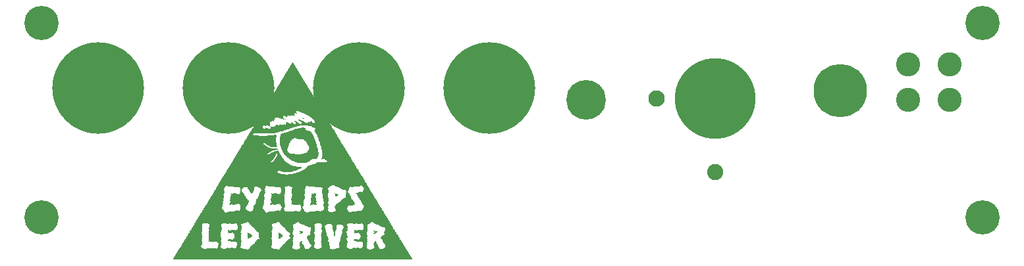
<source format=gbr>
G04 EAGLE Gerber RS-274X export*
G75*
%MOMM*%
%FSLAX34Y34*%
%LPD*%
%INSoldermask Top*%
%IPPOS*%
%AMOC8*
5,1,8,0,0,1.08239X$1,22.5*%
G01*
%ADD10C,11.801600*%
%ADD11C,5.101600*%
%ADD12C,6.851600*%
%ADD13C,3.101600*%
%ADD14R,30.708600X0.025400*%
%ADD15R,30.683200X0.025400*%
%ADD16R,30.657800X0.025400*%
%ADD17R,30.607000X0.025400*%
%ADD18R,30.581600X0.025400*%
%ADD19R,30.556200X0.025400*%
%ADD20R,30.530800X0.025400*%
%ADD21R,30.480000X0.025400*%
%ADD22R,30.454600X0.025400*%
%ADD23R,30.429200X0.025400*%
%ADD24R,30.403800X0.025400*%
%ADD25R,30.353000X0.025400*%
%ADD26R,30.327600X0.025400*%
%ADD27R,30.302200X0.025400*%
%ADD28R,30.276800X0.025400*%
%ADD29R,30.251400X0.025400*%
%ADD30R,30.200600X0.025400*%
%ADD31R,30.175200X0.025400*%
%ADD32R,30.149800X0.025400*%
%ADD33R,30.124400X0.025400*%
%ADD34R,30.099000X0.025400*%
%ADD35R,30.048200X0.025400*%
%ADD36R,30.022800X0.025400*%
%ADD37R,29.997400X0.025400*%
%ADD38R,29.972000X0.025400*%
%ADD39R,29.946600X0.025400*%
%ADD40R,29.895800X0.025400*%
%ADD41R,29.870400X0.025400*%
%ADD42R,29.845000X0.025400*%
%ADD43R,29.819600X0.025400*%
%ADD44R,29.794200X0.025400*%
%ADD45R,29.743400X0.025400*%
%ADD46R,29.718000X0.025400*%
%ADD47R,29.692600X0.025400*%
%ADD48R,29.667200X0.025400*%
%ADD49R,29.641800X0.025400*%
%ADD50R,29.591000X0.025400*%
%ADD51R,29.565600X0.025400*%
%ADD52R,29.540200X0.025400*%
%ADD53R,29.514800X0.025400*%
%ADD54R,29.464000X0.025400*%
%ADD55R,29.438600X0.025400*%
%ADD56R,29.413200X0.025400*%
%ADD57R,29.387800X0.025400*%
%ADD58R,29.362400X0.025400*%
%ADD59R,29.311600X0.025400*%
%ADD60R,29.286200X0.025400*%
%ADD61R,29.260800X0.025400*%
%ADD62R,29.235400X0.025400*%
%ADD63R,8.712200X0.025400*%
%ADD64R,3.733800X0.025400*%
%ADD65R,2.032000X0.025400*%
%ADD66R,4.419600X0.025400*%
%ADD67R,4.597400X0.025400*%
%ADD68R,4.445000X0.025400*%
%ADD69R,8.585200X0.025400*%
%ADD70R,3.581400X0.025400*%
%ADD71R,1.879600X0.025400*%
%ADD72R,4.267200X0.025400*%
%ADD73R,4.368800X0.025400*%
%ADD74R,4.343400X0.025400*%
%ADD75R,8.534400X0.025400*%
%ADD76R,3.505200X0.025400*%
%ADD77R,1.803400X0.025400*%
%ADD78R,0.889000X0.025400*%
%ADD79R,2.895600X0.025400*%
%ADD80R,0.914400X0.025400*%
%ADD81R,3.022600X0.025400*%
%ADD82R,3.200400X0.025400*%
%ADD83R,2.209800X0.025400*%
%ADD84R,2.260600X0.025400*%
%ADD85R,3.175000X0.025400*%
%ADD86R,1.727200X0.025400*%
%ADD87R,0.787400X0.025400*%
%ADD88R,1.066800X0.025400*%
%ADD89R,1.524000X0.025400*%
%ADD90R,1.778000X0.025400*%
%ADD91R,2.057400X0.025400*%
%ADD92R,0.812800X0.025400*%
%ADD93R,2.971800X0.025400*%
%ADD94R,3.073400X0.025400*%
%ADD95R,1.143000X0.025400*%
%ADD96R,0.711200X0.025400*%
%ADD97R,1.117600X0.025400*%
%ADD98R,0.939800X0.025400*%
%ADD99R,3.048000X0.025400*%
%ADD100R,1.676400X0.025400*%
%ADD101R,0.736600X0.025400*%
%ADD102R,1.346200X0.025400*%
%ADD103R,1.625600X0.025400*%
%ADD104R,1.092200X0.025400*%
%ADD105R,0.228600X0.025400*%
%ADD106R,0.685800X0.025400*%
%ADD107R,0.635000X0.025400*%
%ADD108R,0.990600X0.025400*%
%ADD109R,2.997200X0.025400*%
%ADD110R,1.270000X0.025400*%
%ADD111R,1.397000X0.025400*%
%ADD112R,0.965200X0.025400*%
%ADD113R,0.660400X0.025400*%
%ADD114R,2.819400X0.025400*%
%ADD115R,0.076200X0.025400*%
%ADD116R,0.482600X0.025400*%
%ADD117R,0.558800X0.025400*%
%ADD118R,0.863600X0.025400*%
%ADD119R,0.762000X0.025400*%
%ADD120R,2.921000X0.025400*%
%ADD121R,1.600200X0.025400*%
%ADD122R,1.193800X0.025400*%
%ADD123R,2.794000X0.025400*%
%ADD124R,2.870200X0.025400*%
%ADD125R,0.508000X0.025400*%
%ADD126R,0.152400X0.025400*%
%ADD127R,0.355600X0.025400*%
%ADD128R,1.549400X0.025400*%
%ADD129R,0.609600X0.025400*%
%ADD130R,0.177800X0.025400*%
%ADD131R,2.717800X0.025400*%
%ADD132R,0.457200X0.025400*%
%ADD133R,0.025400X0.025400*%
%ADD134R,2.844800X0.025400*%
%ADD135R,0.584200X0.025400*%
%ADD136R,0.050800X0.025400*%
%ADD137R,2.692400X0.025400*%
%ADD138R,0.406400X0.025400*%
%ADD139R,1.498600X0.025400*%
%ADD140R,0.533400X0.025400*%
%ADD141R,1.041400X0.025400*%
%ADD142R,2.641600X0.025400*%
%ADD143R,2.743200X0.025400*%
%ADD144R,0.381000X0.025400*%
%ADD145R,2.768600X0.025400*%
%ADD146R,1.473200X0.025400*%
%ADD147R,1.016000X0.025400*%
%ADD148R,2.590800X0.025400*%
%ADD149R,0.330200X0.025400*%
%ADD150R,1.422400X0.025400*%
%ADD151R,0.431800X0.025400*%
%ADD152R,2.565400X0.025400*%
%ADD153R,2.667000X0.025400*%
%ADD154R,2.540000X0.025400*%
%ADD155R,0.279400X0.025400*%
%ADD156R,2.514600X0.025400*%
%ADD157R,2.616200X0.025400*%
%ADD158R,1.371600X0.025400*%
%ADD159R,2.489200X0.025400*%
%ADD160R,0.254000X0.025400*%
%ADD161R,2.438400X0.025400*%
%ADD162R,0.304800X0.025400*%
%ADD163R,2.387600X0.025400*%
%ADD164R,1.320800X0.025400*%
%ADD165R,2.362200X0.025400*%
%ADD166R,2.336800X0.025400*%
%ADD167R,1.295400X0.025400*%
%ADD168R,2.311400X0.025400*%
%ADD169R,2.463800X0.025400*%
%ADD170R,1.219200X0.025400*%
%ADD171R,2.286000X0.025400*%
%ADD172R,1.168400X0.025400*%
%ADD173R,2.235200X0.025400*%
%ADD174R,2.413000X0.025400*%
%ADD175R,2.184400X0.025400*%
%ADD176R,0.203200X0.025400*%
%ADD177R,2.159000X0.025400*%
%ADD178R,2.133600X0.025400*%
%ADD179R,0.127000X0.025400*%
%ADD180R,0.101600X0.025400*%
%ADD181R,2.108200X0.025400*%
%ADD182R,0.838200X0.025400*%
%ADD183R,2.082800X0.025400*%
%ADD184R,1.447800X0.025400*%
%ADD185R,1.574800X0.025400*%
%ADD186R,2.006600X0.025400*%
%ADD187R,1.955800X0.025400*%
%ADD188R,1.651000X0.025400*%
%ADD189R,1.930400X0.025400*%
%ADD190R,1.905000X0.025400*%
%ADD191R,1.854200X0.025400*%
%ADD192R,1.752600X0.025400*%
%ADD193R,1.701800X0.025400*%
%ADD194R,1.981200X0.025400*%
%ADD195R,1.828800X0.025400*%
%ADD196R,1.244600X0.025400*%
%ADD197R,2.946400X0.025400*%
%ADD198R,3.429000X0.025400*%
%ADD199R,3.098800X0.025400*%
%ADD200R,3.606800X0.025400*%
%ADD201R,3.149600X0.025400*%
%ADD202R,3.276600X0.025400*%
%ADD203R,3.911600X0.025400*%
%ADD204R,6.400800X0.025400*%
%ADD205R,3.454400X0.025400*%
%ADD206R,9.118600X0.025400*%
%ADD207R,6.426200X0.025400*%
%ADD208R,9.194800X0.025400*%
%ADD209R,6.451600X0.025400*%
%ADD210R,3.556000X0.025400*%
%ADD211R,9.271000X0.025400*%
%ADD212R,6.527800X0.025400*%
%ADD213R,9.372600X0.025400*%
%ADD214R,24.892000X0.025400*%
%ADD215R,24.866600X0.025400*%
%ADD216R,24.815800X0.025400*%
%ADD217R,24.790400X0.025400*%
%ADD218R,24.765000X0.025400*%
%ADD219R,24.739600X0.025400*%
%ADD220R,24.714200X0.025400*%
%ADD221R,24.663400X0.025400*%
%ADD222R,24.638000X0.025400*%
%ADD223R,24.612600X0.025400*%
%ADD224R,24.587200X0.025400*%
%ADD225R,24.561800X0.025400*%
%ADD226R,24.511000X0.025400*%
%ADD227R,24.485600X0.025400*%
%ADD228R,24.460200X0.025400*%
%ADD229R,24.434800X0.025400*%
%ADD230R,24.384000X0.025400*%
%ADD231R,24.358600X0.025400*%
%ADD232R,24.333200X0.025400*%
%ADD233R,24.307800X0.025400*%
%ADD234R,24.282400X0.025400*%
%ADD235R,24.231600X0.025400*%
%ADD236R,24.206200X0.025400*%
%ADD237R,24.180800X0.025400*%
%ADD238R,24.155400X0.025400*%
%ADD239R,24.130000X0.025400*%
%ADD240R,24.079200X0.025400*%
%ADD241R,24.053800X0.025400*%
%ADD242R,24.028400X0.025400*%
%ADD243R,24.003000X0.025400*%
%ADD244R,23.952200X0.025400*%
%ADD245R,23.926800X0.025400*%
%ADD246R,23.901400X0.025400*%
%ADD247R,23.876000X0.025400*%
%ADD248R,23.850600X0.025400*%
%ADD249R,23.799800X0.025400*%
%ADD250R,23.774400X0.025400*%
%ADD251R,23.749000X0.025400*%
%ADD252R,23.723600X0.025400*%
%ADD253R,23.698200X0.025400*%
%ADD254R,23.647400X0.025400*%
%ADD255R,23.622000X0.025400*%
%ADD256R,23.596600X0.025400*%
%ADD257R,23.571200X0.025400*%
%ADD258R,23.545800X0.025400*%
%ADD259R,23.495000X0.025400*%
%ADD260R,5.232400X0.025400*%
%ADD261R,5.130800X0.025400*%
%ADD262R,9.880600X0.025400*%
%ADD263R,5.080000X0.025400*%
%ADD264R,5.003800X0.025400*%
%ADD265R,9.804400X0.025400*%
%ADD266R,4.978400X0.025400*%
%ADD267R,4.902200X0.025400*%
%ADD268R,5.384800X0.025400*%
%ADD269R,4.216400X0.025400*%
%ADD270R,4.876800X0.025400*%
%ADD271R,4.800600X0.025400*%
%ADD272R,4.140200X0.025400*%
%ADD273R,4.775200X0.025400*%
%ADD274R,4.699000X0.025400*%
%ADD275R,4.064000X0.025400*%
%ADD276R,4.648200X0.025400*%
%ADD277R,4.013200X0.025400*%
%ADD278R,4.089400X0.025400*%
%ADD279R,3.479800X0.025400*%
%ADD280R,3.378200X0.025400*%
%ADD281R,3.302000X0.025400*%
%ADD282R,5.181600X0.025400*%
%ADD283R,3.352800X0.025400*%
%ADD284R,14.605000X0.025400*%
%ADD285R,14.655800X0.025400*%
%ADD286R,4.241800X0.025400*%
%ADD287R,14.706600X0.025400*%
%ADD288R,19.075400X0.025400*%
%ADD289R,19.050000X0.025400*%
%ADD290R,18.999200X0.025400*%
%ADD291R,18.973800X0.025400*%
%ADD292R,18.948400X0.025400*%
%ADD293R,18.923000X0.025400*%
%ADD294R,18.897600X0.025400*%
%ADD295R,18.846800X0.025400*%
%ADD296R,18.821400X0.025400*%
%ADD297R,18.796000X0.025400*%
%ADD298R,18.770600X0.025400*%
%ADD299R,18.719800X0.025400*%
%ADD300R,18.694400X0.025400*%
%ADD301R,18.669000X0.025400*%
%ADD302R,18.643600X0.025400*%
%ADD303R,18.618200X0.025400*%
%ADD304R,18.567400X0.025400*%
%ADD305R,18.542000X0.025400*%
%ADD306R,18.516600X0.025400*%
%ADD307R,18.491200X0.025400*%
%ADD308R,18.465800X0.025400*%
%ADD309R,18.415000X0.025400*%
%ADD310R,18.389600X0.025400*%
%ADD311R,18.364200X0.025400*%
%ADD312R,18.338800X0.025400*%
%ADD313R,18.313400X0.025400*%
%ADD314R,18.262600X0.025400*%
%ADD315R,18.237200X0.025400*%
%ADD316R,18.211800X0.025400*%
%ADD317R,18.186400X0.025400*%
%ADD318R,18.135600X0.025400*%
%ADD319R,18.110200X0.025400*%
%ADD320R,18.084800X0.025400*%
%ADD321R,18.059400X0.025400*%
%ADD322R,18.034000X0.025400*%
%ADD323R,17.983200X0.025400*%
%ADD324R,17.957800X0.025400*%
%ADD325R,17.932400X0.025400*%
%ADD326R,17.907000X0.025400*%
%ADD327R,17.881600X0.025400*%
%ADD328R,17.830800X0.025400*%
%ADD329R,17.805400X0.025400*%
%ADD330R,17.780000X0.025400*%
%ADD331R,17.754600X0.025400*%
%ADD332R,17.729200X0.025400*%
%ADD333R,17.678400X0.025400*%
%ADD334R,17.653000X0.025400*%
%ADD335R,17.627600X0.025400*%
%ADD336R,17.602200X0.025400*%
%ADD337R,17.551400X0.025400*%
%ADD338R,17.526000X0.025400*%
%ADD339R,7.721600X0.025400*%
%ADD340R,7.467600X0.025400*%
%ADD341R,9.017000X0.025400*%
%ADD342R,7.340600X0.025400*%
%ADD343R,8.839200X0.025400*%
%ADD344R,7.213600X0.025400*%
%ADD345R,8.686800X0.025400*%
%ADD346R,7.086600X0.025400*%
%ADD347R,7.010400X0.025400*%
%ADD348R,8.458200X0.025400*%
%ADD349R,6.908800X0.025400*%
%ADD350R,8.356600X0.025400*%
%ADD351R,6.832600X0.025400*%
%ADD352R,8.255000X0.025400*%
%ADD353R,6.756400X0.025400*%
%ADD354R,8.153400X0.025400*%
%ADD355R,6.705600X0.025400*%
%ADD356R,8.077200X0.025400*%
%ADD357R,6.680200X0.025400*%
%ADD358R,7.975600X0.025400*%
%ADD359R,6.629400X0.025400*%
%ADD360R,7.899400X0.025400*%
%ADD361R,6.604000X0.025400*%
%ADD362R,7.797800X0.025400*%
%ADD363R,6.578600X0.025400*%
%ADD364R,7.645400X0.025400*%
%ADD365R,7.569200X0.025400*%
%ADD366R,6.553200X0.025400*%
%ADD367R,7.493000X0.025400*%
%ADD368R,7.416800X0.025400*%
%ADD369R,7.289800X0.025400*%
%ADD370R,7.162800X0.025400*%
%ADD371R,8.788400X0.025400*%
%ADD372R,8.864600X0.025400*%
%ADD373R,7.035800X0.025400*%
%ADD374R,8.890000X0.025400*%
%ADD375R,6.985000X0.025400*%
%ADD376R,8.966200X0.025400*%
%ADD377R,8.991600X0.025400*%
%ADD378R,6.883400X0.025400*%
%ADD379R,6.807200X0.025400*%
%ADD380R,9.067800X0.025400*%
%ADD381R,9.093200X0.025400*%
%ADD382R,9.144000X0.025400*%
%ADD383R,6.654800X0.025400*%
%ADD384R,9.169400X0.025400*%
%ADD385R,9.245600X0.025400*%
%ADD386R,6.477000X0.025400*%
%ADD387R,9.296400X0.025400*%
%ADD388R,9.321800X0.025400*%
%ADD389R,6.375400X0.025400*%
%ADD390R,6.350000X0.025400*%
%ADD391R,6.299200X0.025400*%
%ADD392R,8.737600X0.025400*%
%ADD393R,6.273800X0.025400*%
%ADD394R,8.559800X0.025400*%
%ADD395R,6.223000X0.025400*%
%ADD396R,8.407400X0.025400*%
%ADD397R,6.146800X0.025400*%
%ADD398R,8.280400X0.025400*%
%ADD399R,6.121400X0.025400*%
%ADD400R,8.178800X0.025400*%
%ADD401R,6.070600X0.025400*%
%ADD402R,6.045200X0.025400*%
%ADD403R,8.026400X0.025400*%
%ADD404R,5.969000X0.025400*%
%ADD405R,7.924800X0.025400*%
%ADD406R,5.867400X0.025400*%
%ADD407R,7.848600X0.025400*%
%ADD408R,5.791200X0.025400*%
%ADD409R,5.664200X0.025400*%
%ADD410R,5.588000X0.025400*%
%ADD411R,5.486400X0.025400*%
%ADD412R,7.594600X0.025400*%
%ADD413R,7.518400X0.025400*%
%ADD414R,5.308600X0.025400*%
%ADD415R,5.156200X0.025400*%
%ADD416R,5.054600X0.025400*%
%ADD417R,7.315200X0.025400*%
%ADD418R,7.264400X0.025400*%
%ADD419R,4.749800X0.025400*%
%ADD420R,7.112000X0.025400*%
%ADD421R,4.673600X0.025400*%
%ADD422R,5.029200X0.025400*%
%ADD423R,3.327400X0.025400*%
%ADD424R,4.953000X0.025400*%
%ADD425R,4.927600X0.025400*%
%ADD426R,3.251200X0.025400*%
%ADD427R,3.225800X0.025400*%
%ADD428R,3.124200X0.025400*%
%ADD429R,3.759200X0.025400*%
%ADD430R,3.632200X0.025400*%
%ADD431R,3.708400X0.025400*%
%ADD432R,3.683000X0.025400*%
%ADD433R,3.657600X0.025400*%
%ADD434R,3.784600X0.025400*%
%ADD435R,3.835400X0.025400*%
%ADD436R,3.886200X0.025400*%
%ADD437R,3.962400X0.025400*%
%ADD438R,3.987800X0.025400*%
%ADD439R,3.530600X0.025400*%
%ADD440R,4.114800X0.025400*%
%ADD441R,4.165600X0.025400*%
%ADD442R,4.191000X0.025400*%
%ADD443R,3.403600X0.025400*%
%ADD444R,4.038600X0.025400*%
%ADD445R,4.318000X0.025400*%
%ADD446R,3.937000X0.025400*%
%ADD447R,4.495800X0.025400*%
%ADD448R,4.851400X0.025400*%
%ADD449R,3.860800X0.025400*%
%ADD450R,3.810000X0.025400*%
%ADD451R,4.292600X0.025400*%
%ADD452R,4.394200X0.025400*%
%ADD453R,4.572000X0.025400*%
%ADD454R,6.019800X0.025400*%
%ADD455R,5.943600X0.025400*%
%ADD456R,5.715000X0.025400*%
%ADD457R,4.521200X0.025400*%
%ADD458R,7.442200X0.025400*%
%ADD459R,7.366000X0.025400*%
%ADD460R,7.239000X0.025400*%
%ADD461R,7.188200X0.025400*%
%ADD462R,7.137400X0.025400*%
%ADD463R,7.061200X0.025400*%
%ADD464R,6.934200X0.025400*%
%ADD465R,6.858000X0.025400*%
%ADD466R,6.781800X0.025400*%
%ADD467R,6.731000X0.025400*%
%ADD468R,6.502400X0.025400*%
%ADD469R,6.324600X0.025400*%
%ADD470R,6.197600X0.025400*%
%ADD471R,6.172200X0.025400*%
%ADD472R,5.994400X0.025400*%
%ADD473R,5.918200X0.025400*%
%ADD474R,5.892800X0.025400*%
%ADD475R,5.842000X0.025400*%
%ADD476R,5.816600X0.025400*%
%ADD477R,5.765800X0.025400*%
%ADD478R,5.740400X0.025400*%
%ADD479R,5.689600X0.025400*%
%ADD480R,5.613400X0.025400*%
%ADD481R,5.562600X0.025400*%
%ADD482R,5.537200X0.025400*%
%ADD483R,5.461000X0.025400*%
%ADD484R,5.435600X0.025400*%
%ADD485R,5.410200X0.025400*%
%ADD486R,5.334000X0.025400*%
%ADD487R,5.283200X0.025400*%
%ADD488R,5.257800X0.025400*%
%ADD489R,5.105400X0.025400*%
%ADD490R,4.826000X0.025400*%
%ADD491R,4.724400X0.025400*%
%ADD492R,4.546600X0.025400*%
%ADD493R,4.470400X0.025400*%
%ADD494C,10.401600*%
%ADD495C,2.081600*%
%ADD496C,2.101600*%
%ADD497C,4.417600*%


D10*
X131600Y222800D03*
X466880Y222800D03*
X634520Y222800D03*
X299240Y222800D03*
D11*
X759000Y208300D03*
D12*
X1086500Y219800D03*
D13*
X1173000Y253600D03*
X1173000Y207900D03*
X1226340Y207900D03*
X1226340Y253600D03*
D14*
X382016Y2032D03*
D15*
X382143Y2286D03*
D16*
X382016Y2540D03*
D17*
X382016Y2794D03*
D18*
X382143Y3048D03*
D19*
X382016Y3302D03*
D20*
X382143Y3556D03*
D21*
X382143Y3810D03*
D22*
X382016Y4064D03*
D23*
X382143Y4318D03*
D24*
X382016Y4572D03*
D25*
X382016Y4826D03*
D26*
X382143Y5080D03*
D27*
X382016Y5334D03*
D28*
X382143Y5588D03*
D29*
X382016Y5842D03*
D30*
X382016Y6096D03*
D31*
X382143Y6350D03*
D32*
X382016Y6604D03*
D33*
X382143Y6858D03*
D34*
X382016Y7112D03*
D35*
X382016Y7366D03*
D36*
X382143Y7620D03*
D37*
X382016Y7874D03*
D38*
X382143Y8128D03*
D39*
X382016Y8382D03*
D40*
X382016Y8636D03*
D41*
X382143Y8890D03*
D42*
X382016Y9144D03*
D43*
X382143Y9398D03*
D44*
X382016Y9652D03*
D45*
X382016Y9906D03*
D46*
X382143Y10160D03*
D47*
X382016Y10414D03*
D48*
X382143Y10668D03*
D49*
X382016Y10922D03*
D50*
X382016Y11176D03*
D51*
X382143Y11430D03*
D52*
X382016Y11684D03*
D53*
X382143Y11938D03*
D54*
X382143Y12192D03*
D55*
X382016Y12446D03*
D56*
X382143Y12700D03*
D57*
X382016Y12954D03*
D58*
X382143Y13208D03*
D59*
X382143Y13462D03*
D60*
X382016Y13716D03*
D61*
X382143Y13970D03*
D62*
X382016Y14224D03*
D63*
X279654Y14478D03*
D64*
X343916Y14478D03*
D65*
X375031Y14478D03*
D66*
X410337Y14478D03*
D67*
X457454Y14478D03*
D68*
X505714Y14478D03*
D69*
X279273Y14732D03*
D70*
X343916Y14732D03*
D71*
X374777Y14732D03*
D72*
X410337Y14732D03*
D73*
X457581Y14732D03*
D74*
X506222Y14732D03*
D75*
X279019Y14986D03*
D76*
X343789Y14986D03*
D77*
X374650Y14986D03*
D78*
X394208Y14986D03*
D79*
X416433Y14986D03*
D72*
X457581Y14986D03*
D80*
X489585Y14986D03*
D81*
X512572Y14986D03*
D82*
X252603Y15240D03*
D83*
X281686Y15240D03*
D84*
X307086Y15240D03*
D85*
X342138Y15240D03*
D86*
X374523Y15240D03*
D87*
X394208Y15240D03*
D88*
X408051Y15240D03*
D89*
X423037Y15240D03*
D90*
X445897Y15240D03*
D91*
X468122Y15240D03*
D92*
X489585Y15240D03*
D93*
X512826Y15240D03*
D94*
X251968Y15494D03*
D95*
X277622Y15494D03*
D96*
X288163Y15494D03*
D97*
X302387Y15494D03*
D98*
X312928Y15494D03*
D99*
X341757Y15494D03*
D100*
X374269Y15494D03*
D101*
X394208Y15494D03*
D78*
X407670Y15494D03*
D102*
X423418Y15494D03*
D103*
X445643Y15494D03*
D104*
X464312Y15494D03*
D87*
X474218Y15494D03*
D96*
X489585Y15494D03*
D79*
X512953Y15494D03*
D93*
X251714Y15748D03*
D105*
X273558Y15748D03*
D106*
X279146Y15748D03*
D107*
X288036Y15748D03*
D108*
X302260Y15748D03*
D92*
X312801Y15748D03*
D109*
X341503Y15748D03*
D103*
X374269Y15748D03*
D106*
X394208Y15748D03*
D87*
X407416Y15748D03*
D110*
X423545Y15748D03*
D111*
X446278Y15748D03*
D112*
X464185Y15748D03*
D96*
X474345Y15748D03*
D113*
X489585Y15748D03*
D114*
X513080Y15748D03*
D79*
X251587Y16002D03*
D115*
X273304Y16002D03*
D116*
X279146Y16002D03*
D117*
X287909Y16002D03*
D118*
X302133Y16002D03*
D119*
X312801Y16002D03*
D120*
X341376Y16002D03*
D121*
X374142Y16002D03*
D107*
X394462Y16002D03*
D106*
X407416Y16002D03*
D122*
X423672Y16002D03*
D110*
X446405Y16002D03*
D118*
X464185Y16002D03*
D113*
X474345Y16002D03*
D107*
X489712Y16002D03*
D123*
X513207Y16002D03*
D124*
X251460Y16256D03*
D125*
X287909Y16256D03*
D126*
X299085Y16256D03*
D127*
X303657Y16256D03*
D106*
X312674Y16256D03*
D79*
X341249Y16256D03*
D128*
X374142Y16256D03*
D129*
X394335Y16256D03*
D107*
X407416Y16256D03*
D95*
X423926Y16256D03*
D122*
X446532Y16256D03*
D130*
X461010Y16256D03*
D127*
X465709Y16256D03*
D129*
X474345Y16256D03*
X489839Y16256D03*
D131*
X513334Y16256D03*
D114*
X251460Y16510D03*
D132*
X287909Y16510D03*
D133*
X298704Y16510D03*
D115*
X303784Y16510D03*
D107*
X312674Y16510D03*
D134*
X341249Y16510D03*
D89*
X374269Y16510D03*
D135*
X394462Y16510D03*
X407416Y16510D03*
D104*
X423926Y16510D03*
X446532Y16510D03*
D136*
X460629Y16510D03*
D115*
X465836Y16510D03*
D117*
X474345Y16510D03*
D135*
X489966Y16510D03*
D137*
X513461Y16510D03*
D123*
X251333Y16764D03*
D138*
X287909Y16764D03*
D135*
X312674Y16764D03*
D123*
X341249Y16764D03*
D139*
X374142Y16764D03*
D117*
X394589Y16764D03*
D140*
X407416Y16764D03*
D88*
X424053Y16764D03*
D141*
X446532Y16764D03*
D140*
X474218Y16764D03*
D117*
X489839Y16764D03*
D142*
X513461Y16764D03*
D143*
X251333Y17018D03*
D144*
X287782Y17018D03*
D117*
X312547Y17018D03*
D145*
X341122Y17018D03*
D146*
X374269Y17018D03*
D117*
X394589Y17018D03*
D116*
X407416Y17018D03*
D88*
X424307Y17018D03*
D147*
X446659Y17018D03*
D125*
X474345Y17018D03*
D140*
X489966Y17018D03*
D148*
X513461Y17018D03*
D137*
X251333Y17272D03*
D149*
X287782Y17272D03*
D125*
X312547Y17272D03*
D131*
X341122Y17272D03*
D150*
X374269Y17272D03*
D140*
X394716Y17272D03*
D151*
X407416Y17272D03*
D141*
X424434Y17272D03*
D112*
X446659Y17272D03*
D116*
X474472Y17272D03*
D140*
X489966Y17272D03*
D152*
X513588Y17272D03*
D153*
X251206Y17526D03*
D149*
X287782Y17526D03*
D125*
X312547Y17526D03*
D137*
X341249Y17526D03*
D150*
X374269Y17526D03*
D125*
X394589Y17526D03*
D144*
X407416Y17526D03*
D147*
X424561Y17526D03*
D80*
X446659Y17526D03*
D132*
X474345Y17526D03*
D140*
X489966Y17526D03*
D154*
X513461Y17526D03*
D142*
X251333Y17780D03*
D155*
X287782Y17780D03*
D132*
X312547Y17780D03*
D153*
X341122Y17780D03*
D111*
X374396Y17780D03*
D140*
X394462Y17780D03*
D144*
X407416Y17780D03*
D147*
X424561Y17780D03*
D80*
X446659Y17780D03*
D151*
X474472Y17780D03*
D125*
X489839Y17780D03*
D156*
X513588Y17780D03*
D157*
X251206Y18034D03*
D155*
X287782Y18034D03*
D132*
X312547Y18034D03*
D142*
X341249Y18034D03*
D158*
X374523Y18034D03*
D140*
X394462Y18034D03*
D149*
X407416Y18034D03*
D108*
X424688Y18034D03*
D78*
X446532Y18034D03*
D132*
X474599Y18034D03*
D140*
X489712Y18034D03*
D159*
X513461Y18034D03*
D148*
X251333Y18288D03*
D160*
X287655Y18288D03*
D151*
X312674Y18288D03*
D148*
X341249Y18288D03*
D158*
X374777Y18288D03*
D125*
X394335Y18288D03*
D149*
X407416Y18288D03*
D108*
X424688Y18288D03*
D78*
X446532Y18288D03*
D151*
X474726Y18288D03*
D140*
X489712Y18288D03*
D161*
X513461Y18288D03*
D152*
X251460Y18542D03*
D160*
X287909Y18542D03*
D151*
X312674Y18542D03*
D148*
X341503Y18542D03*
D102*
X374904Y18542D03*
D140*
X394208Y18542D03*
D162*
X407543Y18542D03*
D147*
X424561Y18542D03*
D78*
X446532Y18542D03*
D132*
X474853Y18542D03*
D125*
X489585Y18542D03*
D161*
X513461Y18542D03*
D148*
X251587Y18796D03*
D160*
X287909Y18796D03*
D151*
X312674Y18796D03*
D152*
X341630Y18796D03*
D158*
X375031Y18796D03*
D125*
X394081Y18796D03*
D162*
X407543Y18796D03*
D147*
X424561Y18796D03*
D80*
X446659Y18796D03*
D132*
X474853Y18796D03*
D140*
X489458Y18796D03*
D163*
X513461Y18796D03*
D152*
X251714Y19050D03*
D160*
X287909Y19050D03*
D151*
X312928Y19050D03*
D154*
X341757Y19050D03*
D102*
X375158Y19050D03*
D125*
X394081Y19050D03*
D149*
X407670Y19050D03*
D147*
X424561Y19050D03*
D98*
X446532Y19050D03*
D132*
X474853Y19050D03*
D125*
X489331Y19050D03*
D163*
X513461Y19050D03*
D152*
X251714Y19304D03*
D155*
X288036Y19304D03*
D151*
X312928Y19304D03*
D154*
X342011Y19304D03*
D164*
X375285Y19304D03*
D125*
X393827Y19304D03*
D162*
X407797Y19304D03*
D141*
X424434Y19304D03*
D112*
X446659Y19304D03*
D132*
X475107Y19304D03*
D125*
X489331Y19304D03*
D165*
X513334Y19304D03*
D152*
X251968Y19558D03*
D155*
X288036Y19558D03*
D151*
X312928Y19558D03*
D156*
X342138Y19558D03*
D164*
X375539Y19558D03*
D125*
X393827Y19558D03*
D149*
X407924Y19558D03*
D141*
X424434Y19558D03*
D112*
X446659Y19558D03*
D132*
X475107Y19558D03*
D116*
X489204Y19558D03*
D166*
X513207Y19558D03*
D154*
X252095Y19812D03*
D155*
X288036Y19812D03*
D132*
X313055Y19812D03*
D159*
X342265Y19812D03*
D167*
X375666Y19812D03*
D116*
X393700Y19812D03*
D149*
X407924Y19812D03*
D141*
X424434Y19812D03*
D112*
X446659Y19812D03*
D132*
X475107Y19812D03*
D125*
X489077Y19812D03*
D166*
X513207Y19812D03*
D154*
X252095Y20066D03*
D162*
X288163Y20066D03*
D132*
X313055Y20066D03*
D159*
X342519Y20066D03*
D110*
X375793Y20066D03*
D116*
X393700Y20066D03*
D149*
X407924Y20066D03*
D141*
X424434Y20066D03*
D108*
X446786Y20066D03*
D116*
X475234Y20066D03*
X488950Y20066D03*
D168*
X513080Y20066D03*
D154*
X252349Y20320D03*
D155*
X288290Y20320D03*
D132*
X313055Y20320D03*
D169*
X342646Y20320D03*
D170*
X376047Y20320D03*
D132*
X393573Y20320D03*
D127*
X408051Y20320D03*
D88*
X424307Y20320D03*
D108*
X446786Y20320D03*
D116*
X475234Y20320D03*
D132*
X488823Y20320D03*
D168*
X513080Y20320D03*
D156*
X252476Y20574D03*
D162*
X288163Y20574D03*
D116*
X313182Y20574D03*
D161*
X342773Y20574D03*
D122*
X376174Y20574D03*
D132*
X393319Y20574D03*
D127*
X408051Y20574D03*
D141*
X424180Y20574D03*
D112*
X446913Y20574D03*
D116*
X475234Y20574D03*
D132*
X488823Y20574D03*
D171*
X512953Y20574D03*
D156*
X252476Y20828D03*
D149*
X288290Y20828D03*
D116*
X313182Y20828D03*
D161*
X343027Y20828D03*
D122*
X376428Y20828D03*
D132*
X393319Y20828D03*
D138*
X407797Y20828D03*
D141*
X424180Y20828D03*
D112*
X446913Y20828D03*
D116*
X475234Y20828D03*
D151*
X488696Y20828D03*
D171*
X512699Y20828D03*
D159*
X252603Y21082D03*
D149*
X288290Y21082D03*
D116*
X313182Y21082D03*
D163*
X343281Y21082D03*
D172*
X376555Y21082D03*
D151*
X393192Y21082D03*
X407670Y21082D03*
D141*
X424180Y21082D03*
D108*
X447040Y21082D03*
D116*
X475234Y21082D03*
D138*
X488569Y21082D03*
D168*
X512572Y21082D03*
D156*
X252730Y21336D03*
D149*
X288290Y21336D03*
D116*
X313182Y21336D03*
D165*
X343408Y21336D03*
D97*
X376809Y21336D03*
D138*
X393065Y21336D03*
D116*
X407670Y21336D03*
D141*
X424180Y21336D03*
D108*
X447040Y21336D03*
D116*
X475234Y21336D03*
D138*
X488569Y21336D03*
D168*
X512318Y21336D03*
D159*
X252857Y21590D03*
D149*
X288290Y21590D03*
D116*
X313182Y21590D03*
D168*
X343662Y21590D03*
D104*
X376936Y21590D03*
D144*
X392938Y21590D03*
D125*
X407543Y21590D03*
D88*
X424053Y21590D03*
D108*
X447040Y21590D03*
D125*
X475361Y21590D03*
D144*
X488442Y21590D03*
D166*
X512191Y21590D03*
D169*
X252984Y21844D03*
D149*
X288290Y21844D03*
D125*
X313309Y21844D03*
D171*
X343789Y21844D03*
D141*
X377190Y21844D03*
D127*
X392811Y21844D03*
D140*
X407416Y21844D03*
D141*
X423926Y21844D03*
D108*
X447040Y21844D03*
D140*
X475234Y21844D03*
D127*
X488315Y21844D03*
D166*
X511937Y21844D03*
D169*
X252984Y22098D03*
D149*
X288290Y22098D03*
D140*
X313182Y22098D03*
D173*
X344043Y22098D03*
D147*
X377317Y22098D03*
D149*
X392684Y22098D03*
D117*
X407289Y22098D03*
D141*
X423926Y22098D03*
D108*
X447040Y22098D03*
D140*
X475234Y22098D03*
D127*
X488061Y22098D03*
D166*
X511683Y22098D03*
D161*
X253111Y22352D03*
D144*
X288290Y22352D03*
D140*
X313182Y22352D03*
D84*
X344170Y22352D03*
D108*
X377444Y22352D03*
D162*
X392557Y22352D03*
D117*
X407289Y22352D03*
D141*
X423926Y22352D03*
D112*
X447167Y22352D03*
D140*
X475234Y22352D03*
D149*
X487934Y22352D03*
D165*
X511556Y22352D03*
D161*
X253111Y22606D03*
D144*
X288290Y22606D03*
D140*
X313182Y22606D03*
D173*
X344297Y22606D03*
D108*
X377444Y22606D03*
D162*
X392557Y22606D03*
D135*
X407162Y22606D03*
D147*
X423799Y22606D03*
D112*
X447167Y22606D03*
D140*
X475234Y22606D03*
D149*
X487934Y22606D03*
D165*
X511302Y22606D03*
D174*
X253238Y22860D03*
D144*
X288290Y22860D03*
D117*
X313055Y22860D03*
D173*
X344297Y22860D03*
D112*
X377571Y22860D03*
D155*
X392684Y22860D03*
D129*
X407035Y22860D03*
D147*
X423799Y22860D03*
D108*
X447294Y22860D03*
D117*
X475107Y22860D03*
D162*
X488061Y22860D03*
D165*
X511048Y22860D03*
D163*
X253365Y23114D03*
D138*
X288163Y23114D03*
D117*
X313055Y23114D03*
D83*
X344424Y23114D03*
D112*
X377571Y23114D03*
D160*
X392811Y23114D03*
D107*
X406908Y23114D03*
D147*
X423799Y23114D03*
D108*
X447294Y23114D03*
D117*
X475107Y23114D03*
D155*
X488188Y23114D03*
D165*
X511048Y23114D03*
D174*
X253492Y23368D03*
D138*
X288163Y23368D03*
D117*
X313055Y23368D03*
D83*
X344424Y23368D03*
D98*
X377698Y23368D03*
D105*
X392938Y23368D03*
D107*
X406908Y23368D03*
D108*
X423672Y23368D03*
D112*
X447421Y23368D03*
D135*
X474980Y23368D03*
D105*
X488188Y23368D03*
D165*
X510794Y23368D03*
D163*
X253619Y23622D03*
D151*
X288036Y23622D03*
D135*
X312928Y23622D03*
D175*
X344551Y23622D03*
D80*
X377825Y23622D03*
D105*
X392938Y23622D03*
D113*
X406781Y23622D03*
D108*
X423672Y23622D03*
D112*
X447421Y23622D03*
D135*
X474980Y23622D03*
D176*
X488315Y23622D03*
D165*
X510794Y23622D03*
D163*
X253619Y23876D03*
D151*
X288036Y23876D03*
D135*
X312928Y23876D03*
D177*
X344678Y23876D03*
D80*
X377825Y23876D03*
D130*
X392938Y23876D03*
D106*
X406908Y23876D03*
D108*
X423672Y23876D03*
D112*
X447421Y23876D03*
D129*
X474853Y23876D03*
D130*
X488442Y23876D03*
D165*
X510540Y23876D03*
X253746Y24130D03*
D132*
X287909Y24130D03*
D129*
X312801Y24130D03*
D177*
X344678Y24130D03*
D78*
X377952Y24130D03*
D126*
X393065Y24130D03*
D106*
X406654Y24130D03*
D112*
X423545Y24130D03*
D98*
X447548Y24130D03*
D129*
X474853Y24130D03*
D126*
X488569Y24130D03*
D166*
X510413Y24130D03*
X253873Y24384D03*
D136*
X280035Y24384D03*
D116*
X287782Y24384D03*
D107*
X312674Y24384D03*
D178*
X344805Y24384D03*
D118*
X378079Y24384D03*
D179*
X393192Y24384D03*
D106*
X406654Y24384D03*
D112*
X423545Y24384D03*
D98*
X447548Y24384D03*
D107*
X474726Y24384D03*
D180*
X488569Y24384D03*
D165*
X510286Y24384D03*
D168*
X253746Y24638D03*
D125*
X280035Y24638D03*
X287655Y24638D03*
D176*
X305181Y24638D03*
D113*
X312547Y24638D03*
D181*
X344932Y24638D03*
D182*
X378206Y24638D03*
D180*
X393319Y24638D03*
D96*
X406527Y24638D03*
D80*
X423545Y24638D03*
D98*
X447548Y24638D03*
D105*
X467106Y24638D03*
D107*
X474472Y24638D03*
D115*
X488696Y24638D03*
D166*
X510159Y24638D03*
D171*
X253873Y24892D03*
D96*
X280035Y24892D03*
D140*
X287528Y24892D03*
D151*
X305308Y24892D03*
D106*
X312420Y24892D03*
D183*
X345059Y24892D03*
D182*
X378206Y24892D03*
D133*
X393446Y24892D03*
D96*
X406527Y24892D03*
D80*
X423545Y24892D03*
D78*
X447548Y24892D03*
D151*
X467360Y24892D03*
D113*
X474345Y24892D03*
D136*
X488823Y24892D03*
D165*
X510032Y24892D03*
D171*
X253873Y25146D03*
D184*
X282956Y25146D03*
D135*
X305308Y25146D03*
D96*
X312293Y25146D03*
D91*
X345186Y25146D03*
D92*
X378333Y25146D03*
D101*
X406400Y25146D03*
D78*
X423418Y25146D03*
X447548Y25146D03*
D135*
X467360Y25146D03*
D106*
X474218Y25146D03*
D166*
X509905Y25146D03*
D84*
X254000Y25400D03*
D136*
X274447Y25400D03*
D146*
X282575Y25400D03*
D111*
X308864Y25400D03*
D91*
X345186Y25400D03*
D87*
X378460Y25400D03*
D101*
X406400Y25400D03*
D78*
X423418Y25400D03*
D118*
X447675Y25400D03*
D111*
X470662Y25400D03*
D168*
X509778Y25400D03*
D173*
X254127Y25654D03*
D185*
X282067Y25654D03*
D126*
X299847Y25654D03*
D184*
X308610Y25654D03*
D186*
X345186Y25654D03*
D101*
X378460Y25654D03*
X406400Y25654D03*
D118*
X423291Y25654D03*
X447675Y25654D03*
D126*
X461899Y25654D03*
D184*
X470408Y25654D03*
D166*
X509651Y25654D03*
D173*
X254127Y25908D03*
D128*
X282194Y25908D03*
D100*
X307467Y25908D03*
D187*
X345440Y25908D03*
D96*
X378587Y25908D03*
D119*
X406273Y25908D03*
D118*
X423291Y25908D03*
D182*
X447802Y25908D03*
D188*
X469392Y25908D03*
D168*
X509524Y25908D03*
D83*
X254254Y26162D03*
D128*
X282194Y26162D03*
D188*
X307340Y26162D03*
D189*
X345567Y26162D03*
D106*
X378714Y26162D03*
D119*
X406273Y26162D03*
D182*
X423418Y26162D03*
X447802Y26162D03*
D188*
X469392Y26162D03*
D168*
X509524Y26162D03*
D83*
X254254Y26416D03*
D128*
X282194Y26416D03*
D188*
X307340Y26416D03*
D190*
X345694Y26416D03*
D113*
X378841Y26416D03*
D119*
X406273Y26416D03*
D182*
X423418Y26416D03*
D92*
X447929Y26416D03*
D103*
X469265Y26416D03*
D168*
X509270Y26416D03*
D175*
X254381Y26670D03*
D128*
X282194Y26670D03*
D103*
X307467Y26670D03*
D71*
X345821Y26670D03*
D129*
X379095Y26670D03*
D101*
X406146Y26670D03*
D182*
X423418Y26670D03*
D92*
X447929Y26670D03*
D121*
X469392Y26670D03*
D171*
X509143Y26670D03*
D178*
X254381Y26924D03*
D89*
X282321Y26924D03*
D116*
X301752Y26924D03*
D88*
X310261Y26924D03*
D191*
X345948Y26924D03*
D135*
X379222Y26924D03*
D101*
X406146Y26924D03*
D92*
X423545Y26924D03*
D119*
X447929Y26924D03*
D116*
X463804Y26924D03*
D141*
X472186Y26924D03*
D171*
X509143Y26924D03*
D178*
X254381Y27178D03*
D139*
X282194Y27178D03*
D138*
X301371Y27178D03*
D141*
X310388Y27178D03*
D90*
X346075Y27178D03*
D140*
X379476Y27178D03*
D119*
X406019Y27178D03*
D92*
X423545Y27178D03*
D119*
X447929Y27178D03*
D138*
X463423Y27178D03*
D147*
X472313Y27178D03*
D171*
X508889Y27178D03*
D181*
X254508Y27432D03*
D139*
X282194Y27432D03*
D162*
X301117Y27432D03*
D108*
X310388Y27432D03*
D192*
X346202Y27432D03*
D125*
X379603Y27432D03*
D87*
X405892Y27432D03*
D92*
X423545Y27432D03*
D119*
X447929Y27432D03*
D155*
X463042Y27432D03*
D108*
X472440Y27432D03*
D171*
X508889Y27432D03*
D181*
X254508Y27686D03*
D146*
X282321Y27686D03*
D130*
X300482Y27686D03*
D112*
X310515Y27686D03*
D193*
X346456Y27686D03*
D132*
X379857Y27686D03*
D92*
X405765Y27686D03*
D87*
X423672Y27686D03*
D119*
X447929Y27686D03*
D130*
X462534Y27686D03*
D112*
X472567Y27686D03*
D171*
X508635Y27686D03*
D183*
X254635Y27940D03*
D146*
X282321Y27940D03*
D98*
X310642Y27940D03*
D188*
X346710Y27940D03*
D151*
X379984Y27940D03*
D182*
X405638Y27940D03*
D87*
X423672Y27940D03*
D119*
X447929Y27940D03*
D112*
X472821Y27940D03*
D171*
X508381Y27940D03*
D91*
X254762Y28194D03*
D146*
X282321Y28194D03*
D80*
X310769Y28194D03*
D121*
X346964Y28194D03*
D144*
X380238Y28194D03*
D118*
X405511Y28194D03*
D87*
X423672Y28194D03*
D119*
X447929Y28194D03*
D98*
X472948Y28194D03*
D168*
X508254Y28194D03*
D91*
X254762Y28448D03*
D139*
X282194Y28448D03*
D98*
X310896Y28448D03*
D121*
X346964Y28448D03*
D133*
X364744Y28448D03*
D144*
X380492Y28448D03*
D78*
X405384Y28448D03*
D92*
X423545Y28448D03*
D119*
X447929Y28448D03*
D98*
X472948Y28448D03*
D168*
X508000Y28448D03*
D65*
X254889Y28702D03*
D89*
X282321Y28702D03*
D80*
X311023Y28702D03*
D136*
X325247Y28702D03*
D121*
X347218Y28702D03*
D136*
X364871Y28702D03*
D144*
X380492Y28702D03*
D78*
X405384Y28702D03*
D87*
X423418Y28702D03*
D119*
X447929Y28702D03*
D80*
X473075Y28702D03*
D166*
X507873Y28702D03*
D65*
X255143Y28956D03*
D89*
X282321Y28956D03*
D78*
X311150Y28956D03*
D180*
X325501Y28956D03*
D121*
X347218Y28956D03*
D180*
X365125Y28956D03*
D144*
X380492Y28956D03*
D80*
X405257Y28956D03*
D87*
X423418Y28956D03*
X448056Y28956D03*
D80*
X473075Y28956D03*
D166*
X507619Y28956D03*
D65*
X255143Y29210D03*
D128*
X282194Y29210D03*
D78*
X311150Y29210D03*
D126*
X325755Y29210D03*
D121*
X347218Y29210D03*
D126*
X365379Y29210D03*
D144*
X380492Y29210D03*
D112*
X405257Y29210D03*
D92*
X423291Y29210D03*
D87*
X448056Y29210D03*
D80*
X473329Y29210D03*
D166*
X507365Y29210D03*
D186*
X255270Y29464D03*
D128*
X282194Y29464D03*
D80*
X311277Y29464D03*
D176*
X326009Y29464D03*
D121*
X347218Y29464D03*
D176*
X365379Y29464D03*
D144*
X380492Y29464D03*
D108*
X405130Y29464D03*
D92*
X423291Y29464D03*
D87*
X448056Y29464D03*
D80*
X473329Y29464D03*
D166*
X507365Y29464D03*
D186*
X255270Y29718D03*
D128*
X282194Y29718D03*
D78*
X311404Y29718D03*
D160*
X326009Y29718D03*
D121*
X347218Y29718D03*
D160*
X365633Y29718D03*
D144*
X380492Y29718D03*
D108*
X405130Y29718D03*
D92*
X423291Y29718D03*
D87*
X448056Y29718D03*
D78*
X473456Y29718D03*
D166*
X507111Y29718D03*
D194*
X255397Y29972D03*
D185*
X282321Y29972D03*
D78*
X311404Y29972D03*
D162*
X326263Y29972D03*
D103*
X347345Y29972D03*
D155*
X365760Y29972D03*
D138*
X380619Y29972D03*
D147*
X405003Y29972D03*
D87*
X423164Y29972D03*
X448056Y29972D03*
D78*
X473456Y29972D03*
D166*
X507111Y29972D03*
D187*
X255524Y30226D03*
D121*
X282194Y30226D03*
D78*
X311404Y30226D03*
D149*
X326390Y30226D03*
D188*
X347218Y30226D03*
D149*
X366014Y30226D03*
D138*
X380619Y30226D03*
D147*
X405003Y30226D03*
D92*
X423037Y30226D03*
X448183Y30226D03*
D78*
X473456Y30226D03*
D166*
X506857Y30226D03*
D194*
X255651Y30480D03*
D121*
X282194Y30480D03*
D118*
X311531Y30480D03*
D127*
X326517Y30480D03*
D188*
X347218Y30480D03*
D144*
X366014Y30480D03*
D138*
X380619Y30480D03*
D141*
X405130Y30480D03*
D92*
X423037Y30480D03*
X448183Y30480D03*
D78*
X473456Y30480D03*
D171*
X506857Y30480D03*
D187*
X255778Y30734D03*
D121*
X282194Y30734D03*
D118*
X311531Y30734D03*
D144*
X326644Y30734D03*
D188*
X347218Y30734D03*
D138*
X366141Y30734D03*
X380619Y30734D03*
D147*
X405257Y30734D03*
D87*
X422910Y30734D03*
D92*
X448183Y30734D03*
D118*
X473583Y30734D03*
D84*
X506984Y30734D03*
D187*
X255778Y30988D03*
D121*
X282194Y30988D03*
D78*
X311658Y30988D03*
D138*
X326771Y30988D03*
D188*
X347218Y30988D03*
D151*
X366268Y30988D03*
X380492Y30988D03*
D108*
X405384Y30988D03*
D87*
X422910Y30988D03*
D92*
X448183Y30988D03*
D118*
X473583Y30988D03*
D83*
X506984Y30988D03*
D189*
X255905Y31242D03*
D121*
X282194Y31242D03*
D78*
X311658Y31242D03*
D116*
X326898Y31242D03*
D100*
X347091Y31242D03*
D132*
X366395Y31242D03*
D151*
X380492Y31242D03*
D98*
X405638Y31242D03*
D87*
X422910Y31242D03*
X448310Y31242D03*
D118*
X473583Y31242D03*
D177*
X506984Y31242D03*
D190*
X256032Y31496D03*
D121*
X282194Y31496D03*
D78*
X311658Y31496D03*
D125*
X327025Y31496D03*
D100*
X347091Y31496D03*
D116*
X366522Y31496D03*
D151*
X380492Y31496D03*
D80*
X405765Y31496D03*
D119*
X422783Y31496D03*
D133*
X435864Y31496D03*
D87*
X448310Y31496D03*
D118*
X473583Y31496D03*
D181*
X507238Y31496D03*
D190*
X256032Y31750D03*
D121*
X282194Y31750D03*
D78*
X311658Y31750D03*
D125*
X327025Y31750D03*
D100*
X347091Y31750D03*
D125*
X366649Y31750D03*
D132*
X380365Y31750D03*
D118*
X406019Y31750D03*
D119*
X422783Y31750D03*
D133*
X435864Y31750D03*
D87*
X448310Y31750D03*
D118*
X473583Y31750D03*
D91*
X507238Y31750D03*
D71*
X256159Y32004D03*
D121*
X282194Y32004D03*
D78*
X311658Y32004D03*
D140*
X327152Y32004D03*
D193*
X346964Y32004D03*
D140*
X366776Y32004D03*
D132*
X380365Y32004D03*
D182*
X406146Y32004D03*
D119*
X422783Y32004D03*
D136*
X435737Y32004D03*
D87*
X448310Y32004D03*
D118*
X473583Y32004D03*
D186*
X507492Y32004D03*
D71*
X256159Y32258D03*
D121*
X282194Y32258D03*
D78*
X311658Y32258D03*
D140*
X327152Y32258D03*
D193*
X346964Y32258D03*
D140*
X366776Y32258D03*
D116*
X380238Y32258D03*
D87*
X406400Y32258D03*
D101*
X422656Y32258D03*
D115*
X435864Y32258D03*
D119*
X448437Y32258D03*
D118*
X473583Y32258D03*
D187*
X507492Y32258D03*
D191*
X256286Y32512D03*
D121*
X282194Y32512D03*
D78*
X311658Y32512D03*
D125*
X327025Y32512D03*
D193*
X346964Y32512D03*
D125*
X366649Y32512D03*
D132*
X380365Y32512D03*
D101*
X406654Y32512D03*
D119*
X422529Y32512D03*
D115*
X435864Y32512D03*
D119*
X448437Y32512D03*
D118*
X473583Y32512D03*
D71*
X507619Y32512D03*
D195*
X256413Y32766D03*
D121*
X282194Y32766D03*
D78*
X311658Y32766D03*
D116*
X326898Y32766D03*
D100*
X347091Y32766D03*
D116*
X366522Y32766D03*
D132*
X380365Y32766D03*
D106*
X406908Y32766D03*
D96*
X422529Y32766D03*
D180*
X435737Y32766D03*
D119*
X448437Y32766D03*
D118*
X473583Y32766D03*
D195*
X507873Y32766D03*
X256413Y33020D03*
D121*
X282194Y33020D03*
D78*
X311658Y33020D03*
D132*
X326771Y33020D03*
D100*
X347091Y33020D03*
D132*
X366395Y33020D03*
D151*
X380492Y33020D03*
D107*
X407162Y33020D03*
D96*
X422529Y33020D03*
D180*
X435737Y33020D03*
D101*
X448564Y33020D03*
D78*
X473456Y33020D03*
D86*
X508127Y33020D03*
D77*
X256540Y33274D03*
D121*
X282194Y33274D03*
D80*
X311531Y33274D03*
D151*
X326644Y33274D03*
D100*
X347091Y33274D03*
D151*
X366268Y33274D03*
D138*
X380365Y33274D03*
D135*
X407416Y33274D03*
D106*
X422402Y33274D03*
D179*
X435864Y33274D03*
D101*
X448564Y33274D03*
D78*
X473456Y33274D03*
D100*
X508381Y33274D03*
D77*
X256540Y33528D03*
D121*
X282194Y33528D03*
D80*
X311531Y33528D03*
D138*
X326517Y33528D03*
D188*
X347218Y33528D03*
D138*
X366141Y33528D03*
X380365Y33528D03*
D117*
X407543Y33528D03*
D106*
X422402Y33528D03*
D179*
X435864Y33528D03*
D101*
X448564Y33528D03*
D78*
X473456Y33528D03*
D188*
X508254Y33528D03*
D90*
X256667Y33782D03*
D121*
X282194Y33782D03*
D78*
X311404Y33782D03*
D144*
X326390Y33782D03*
D188*
X347218Y33782D03*
D144*
X366014Y33782D03*
X380492Y33782D03*
D117*
X407543Y33782D03*
D113*
X422275Y33782D03*
D179*
X435864Y33782D03*
D96*
X448691Y33782D03*
D78*
X473456Y33782D03*
D103*
X508127Y33782D03*
D192*
X256794Y34036D03*
D121*
X282194Y34036D03*
D78*
X311404Y34036D03*
D149*
X326390Y34036D03*
D188*
X347218Y34036D03*
D127*
X365887Y34036D03*
D144*
X380492Y34036D03*
D117*
X407543Y34036D03*
D113*
X422275Y34036D03*
D126*
X435737Y34036D03*
D96*
X448691Y34036D03*
D78*
X473202Y34036D03*
D121*
X508254Y34036D03*
D192*
X256794Y34290D03*
D121*
X282194Y34290D03*
D80*
X311277Y34290D03*
D162*
X326263Y34290D03*
D188*
X347218Y34290D03*
D162*
X365633Y34290D03*
D144*
X380492Y34290D03*
D140*
X407416Y34290D03*
D107*
X422148Y34290D03*
D126*
X435737Y34290D03*
D106*
X448818Y34290D03*
D78*
X473202Y34290D03*
D185*
X508127Y34290D03*
D193*
X256794Y34544D03*
D121*
X282194Y34544D03*
D80*
X311277Y34544D03*
D160*
X326009Y34544D03*
D188*
X347218Y34544D03*
D160*
X365633Y34544D03*
D144*
X380492Y34544D03*
D140*
X407416Y34544D03*
D107*
X422148Y34544D03*
D126*
X435737Y34544D03*
D113*
X448691Y34544D03*
D78*
X473202Y34544D03*
D185*
X508127Y34544D03*
D193*
X256794Y34798D03*
D185*
X282067Y34798D03*
D98*
X311150Y34798D03*
D105*
X325882Y34798D03*
D121*
X347218Y34798D03*
D176*
X365379Y34798D03*
D127*
X380365Y34798D03*
D140*
X407416Y34798D03*
D129*
X422021Y34798D03*
D130*
X435864Y34798D03*
D107*
X448818Y34798D03*
D80*
X473075Y34798D03*
D128*
X508000Y34798D03*
D100*
X256921Y35052D03*
D128*
X282194Y35052D03*
D98*
X311150Y35052D03*
D130*
X325628Y35052D03*
D121*
X347218Y35052D03*
D130*
X365252Y35052D03*
D127*
X380365Y35052D03*
D136*
X391795Y35052D03*
D140*
X407416Y35052D03*
D129*
X422021Y35052D03*
D130*
X435864Y35052D03*
D107*
X448818Y35052D03*
D78*
X472948Y35052D03*
D136*
X487045Y35052D03*
D89*
X507873Y35052D03*
D188*
X257048Y35306D03*
D128*
X282194Y35306D03*
D98*
X310896Y35306D03*
D179*
X325374Y35306D03*
D121*
X347218Y35306D03*
D179*
X364998Y35306D03*
D127*
X380365Y35306D03*
D180*
X392049Y35306D03*
D140*
X407416Y35306D03*
D135*
X422148Y35306D03*
D130*
X435864Y35306D03*
D129*
X448945Y35306D03*
D80*
X472821Y35306D03*
D180*
X487553Y35306D03*
D89*
X507873Y35306D03*
D188*
X257048Y35560D03*
D128*
X282194Y35560D03*
D112*
X310769Y35560D03*
D115*
X325374Y35560D03*
D103*
X347091Y35560D03*
D180*
X364871Y35560D03*
D127*
X380365Y35560D03*
D126*
X392303Y35560D03*
D125*
X407289Y35560D03*
D129*
X422275Y35560D03*
D130*
X435864Y35560D03*
D129*
X448945Y35560D03*
D98*
X472694Y35560D03*
D126*
X487807Y35560D03*
D139*
X507746Y35560D03*
D121*
X257048Y35814D03*
D89*
X282067Y35814D03*
D112*
X310769Y35814D03*
D136*
X325247Y35814D03*
D121*
X346964Y35814D03*
D115*
X364744Y35814D03*
D149*
X380238Y35814D03*
D130*
X392684Y35814D03*
D125*
X407289Y35814D03*
D129*
X422275Y35814D03*
D130*
X435864Y35814D03*
D135*
X448818Y35814D03*
D112*
X472567Y35814D03*
D176*
X488061Y35814D03*
D139*
X507746Y35814D03*
D121*
X257048Y36068D03*
D89*
X282067Y36068D03*
D127*
X301117Y36068D03*
D108*
X310642Y36068D03*
D133*
X325120Y36068D03*
D121*
X346964Y36068D03*
D133*
X364744Y36068D03*
D149*
X380238Y36068D03*
D105*
X392938Y36068D03*
D125*
X407289Y36068D03*
D129*
X422275Y36068D03*
D176*
X435737Y36068D03*
D135*
X448818Y36068D03*
D127*
X463169Y36068D03*
D112*
X472313Y36068D03*
D176*
X488315Y36068D03*
D146*
X507619Y36068D03*
D185*
X257175Y36322D03*
D139*
X282194Y36322D03*
D132*
X301625Y36322D03*
D147*
X310261Y36322D03*
D133*
X325120Y36322D03*
D103*
X346837Y36322D03*
D127*
X380111Y36322D03*
D155*
X393192Y36322D03*
D125*
X407289Y36322D03*
D135*
X422402Y36322D03*
D176*
X435737Y36322D03*
D135*
X448818Y36322D03*
D132*
X463677Y36322D03*
D108*
X472186Y36322D03*
D160*
X488569Y36322D03*
D146*
X507365Y36322D03*
D89*
X257175Y36576D03*
D139*
X282194Y36576D03*
D140*
X302006Y36576D03*
D141*
X310134Y36576D03*
D100*
X346583Y36576D03*
D138*
X379857Y36576D03*
D162*
X393319Y36576D03*
D116*
X407162Y36576D03*
D135*
X422402Y36576D03*
D176*
X435737Y36576D03*
D117*
X448691Y36576D03*
D140*
X464058Y36576D03*
D147*
X472059Y36576D03*
D162*
X488823Y36576D03*
D146*
X507365Y36576D03*
D89*
X257175Y36830D03*
D146*
X282067Y36830D03*
D121*
X307340Y36830D03*
D193*
X346202Y36830D03*
D116*
X379730Y36830D03*
D127*
X393573Y36830D03*
D125*
X407035Y36830D03*
D135*
X422402Y36830D03*
D176*
X435737Y36830D03*
D117*
X448691Y36830D03*
D121*
X469392Y36830D03*
D149*
X488950Y36830D03*
D184*
X507238Y36830D03*
D139*
X257302Y37084D03*
D146*
X282067Y37084D03*
D185*
X307467Y37084D03*
D192*
X345948Y37084D03*
D140*
X379476Y37084D03*
D144*
X393700Y37084D03*
D116*
X407162Y37084D03*
D135*
X422402Y37084D03*
D130*
X435610Y37084D03*
D117*
X448691Y37084D03*
D121*
X469392Y37084D03*
D144*
X488950Y37084D03*
D184*
X507238Y37084D03*
D146*
X257429Y37338D03*
X282067Y37338D03*
D185*
X307467Y37338D03*
D90*
X345821Y37338D03*
D117*
X379349Y37338D03*
D127*
X393573Y37338D03*
D132*
X407289Y37338D03*
D135*
X422402Y37338D03*
D176*
X435737Y37338D03*
D117*
X448691Y37338D03*
D103*
X469519Y37338D03*
D144*
X488950Y37338D03*
D111*
X507238Y37338D03*
D139*
X257556Y37592D03*
X282194Y37592D03*
D185*
X307467Y37592D03*
D191*
X345694Y37592D03*
D107*
X379222Y37592D03*
D176*
X392557Y37592D03*
D132*
X407289Y37592D03*
D135*
X422402Y37592D03*
D176*
X435737Y37592D03*
D135*
X448818Y37592D03*
D103*
X469519Y37592D03*
D176*
X488061Y37592D03*
D158*
X507111Y37592D03*
D146*
X257683Y37846D03*
D139*
X282194Y37846D03*
D103*
X307467Y37846D03*
D71*
X345567Y37846D03*
D113*
X379095Y37846D03*
D126*
X392303Y37846D03*
D116*
X407416Y37846D03*
D135*
X422402Y37846D03*
D176*
X435737Y37846D03*
D135*
X448818Y37846D03*
D103*
X469519Y37846D03*
D179*
X487680Y37846D03*
D102*
X507238Y37846D03*
D146*
X257683Y38100D03*
D89*
X282321Y38100D03*
D103*
X307467Y38100D03*
D189*
X345567Y38100D03*
D106*
X378968Y38100D03*
D180*
X392049Y38100D03*
D132*
X407543Y38100D03*
D117*
X422275Y38100D03*
D160*
X435737Y38100D03*
D135*
X448818Y38100D03*
D188*
X469646Y38100D03*
D179*
X487426Y38100D03*
D164*
X507111Y38100D03*
D146*
X257937Y38354D03*
D89*
X282321Y38354D03*
D103*
X307467Y38354D03*
D187*
X345440Y38354D03*
D101*
X378714Y38354D03*
D115*
X391922Y38354D03*
D116*
X407670Y38354D03*
D117*
X422275Y38354D03*
D160*
X435737Y38354D03*
D129*
X448945Y38354D03*
D188*
X469646Y38354D03*
D115*
X487172Y38354D03*
D167*
X507238Y38354D03*
D184*
X258064Y38608D03*
D128*
X282194Y38608D03*
D100*
X307467Y38608D03*
D194*
X345313Y38608D03*
D87*
X378714Y38608D03*
D133*
X391668Y38608D03*
D116*
X407670Y38608D03*
D135*
X422148Y38608D03*
D162*
X435737Y38608D03*
D129*
X448945Y38608D03*
D100*
X469519Y38608D03*
D133*
X486918Y38608D03*
D110*
X507111Y38608D03*
D184*
X258064Y38862D03*
D185*
X282321Y38862D03*
D100*
X307467Y38862D03*
D65*
X345313Y38862D03*
D92*
X378587Y38862D03*
D132*
X407797Y38862D03*
D135*
X422148Y38862D03*
D149*
X435864Y38862D03*
D135*
X449072Y38862D03*
D100*
X469519Y38862D03*
D196*
X506984Y38862D03*
D184*
X258318Y39116D03*
D185*
X282321Y39116D03*
D126*
X299847Y39116D03*
D135*
X305816Y39116D03*
D107*
X312674Y39116D03*
D91*
X345186Y39116D03*
D182*
X378460Y39116D03*
D132*
X407797Y39116D03*
D135*
X422148Y39116D03*
D127*
X435737Y39116D03*
D129*
X449199Y39116D03*
D126*
X461899Y39116D03*
D135*
X467868Y39116D03*
D113*
X474853Y39116D03*
D196*
X506984Y39116D03*
D184*
X258318Y39370D03*
D185*
X282321Y39370D03*
D138*
X305689Y39370D03*
D107*
X312928Y39370D03*
D183*
X345059Y39370D03*
D118*
X378333Y39370D03*
D116*
X407924Y39370D03*
D135*
X422148Y39370D03*
D144*
X435864Y39370D03*
D129*
X449199Y39370D03*
D144*
X467614Y39370D03*
D107*
X474980Y39370D03*
D122*
X506984Y39370D03*
D150*
X258445Y39624D03*
D185*
X282321Y39624D03*
D115*
X305562Y39624D03*
D129*
X313055Y39624D03*
D181*
X344932Y39624D03*
D78*
X378206Y39624D03*
D116*
X407924Y39624D03*
D117*
X422021Y39624D03*
D138*
X435737Y39624D03*
D129*
X449199Y39624D03*
D115*
X467614Y39624D03*
D129*
X475107Y39624D03*
D172*
X506857Y39624D03*
D111*
X258572Y39878D03*
D121*
X282448Y39878D03*
D135*
X313182Y39878D03*
D177*
X344932Y39878D03*
D80*
X378333Y39878D03*
D116*
X407924Y39878D03*
D135*
X421894Y39878D03*
D151*
X435864Y39878D03*
D135*
X449326Y39878D03*
X475234Y39878D03*
D172*
X506857Y39878D03*
D111*
X258572Y40132D03*
D103*
X282321Y40132D03*
D117*
X313309Y40132D03*
D175*
X344805Y40132D03*
D98*
X378206Y40132D03*
D116*
X407924Y40132D03*
D135*
X421894Y40132D03*
D132*
X435737Y40132D03*
D129*
X449453Y40132D03*
D117*
X475361Y40132D03*
D95*
X506730Y40132D03*
D111*
X258826Y40386D03*
D103*
X282321Y40386D03*
D117*
X313309Y40386D03*
D83*
X344678Y40386D03*
D112*
X378079Y40386D03*
D125*
X408051Y40386D03*
D135*
X421894Y40386D03*
D132*
X435737Y40386D03*
D129*
X449453Y40386D03*
D117*
X475361Y40386D03*
D95*
X506730Y40386D03*
D111*
X258826Y40640D03*
D103*
X282321Y40640D03*
D140*
X313436Y40640D03*
D83*
X344678Y40640D03*
D108*
X377952Y40640D03*
D125*
X408051Y40640D03*
D117*
X421767Y40640D03*
D116*
X435864Y40640D03*
D135*
X449580Y40640D03*
D140*
X475488Y40640D03*
D97*
X506603Y40640D03*
D158*
X258953Y40894D03*
D103*
X282321Y40894D03*
D117*
X313563Y40894D03*
D173*
X344551Y40894D03*
D108*
X377952Y40894D03*
D125*
X408051Y40894D03*
D117*
X421767Y40894D03*
D116*
X435864Y40894D03*
D135*
X449580Y40894D03*
D140*
X475488Y40894D03*
D104*
X506476Y40894D03*
D102*
X259080Y41148D03*
D103*
X282321Y41148D03*
D140*
X313690Y41148D03*
D84*
X344424Y41148D03*
D147*
X377825Y41148D03*
D125*
X408051Y41148D03*
D117*
X421767Y41148D03*
D125*
X435737Y41148D03*
D117*
X449707Y41148D03*
D140*
X475742Y41148D03*
D104*
X506476Y41148D03*
D102*
X259080Y41402D03*
D103*
X282321Y41402D03*
D140*
X313690Y41402D03*
D84*
X344424Y41402D03*
D141*
X377698Y41402D03*
D125*
X408051Y41402D03*
D140*
X421640Y41402D03*
X435864Y41402D03*
D117*
X449707Y41402D03*
D140*
X475742Y41402D03*
D88*
X506349Y41402D03*
D164*
X259207Y41656D03*
D103*
X282321Y41656D03*
D125*
X313817Y41656D03*
D171*
X344297Y41656D03*
D141*
X377698Y41656D03*
D125*
X408051Y41656D03*
D140*
X421640Y41656D03*
X435864Y41656D03*
X449834Y41656D03*
X475742Y41656D03*
D104*
X506222Y41656D03*
D164*
X259207Y41910D03*
D188*
X282448Y41910D03*
D125*
X313817Y41910D03*
D168*
X344424Y41910D03*
D88*
X377571Y41910D03*
D125*
X408051Y41910D03*
X421513Y41910D03*
D140*
X435864Y41910D03*
X449834Y41910D03*
D116*
X475742Y41910D03*
D88*
X506095Y41910D03*
D167*
X259334Y42164D03*
D188*
X282448Y42164D03*
D125*
X313817Y42164D03*
D166*
X344297Y42164D03*
D88*
X377571Y42164D03*
D125*
X408051Y42164D03*
X421513Y42164D03*
D117*
X435737Y42164D03*
D125*
X449961Y42164D03*
D116*
X475742Y42164D03*
D141*
X505968Y42164D03*
D110*
X259461Y42418D03*
D103*
X282575Y42418D03*
D125*
X313817Y42418D03*
D166*
X344297Y42418D03*
D104*
X377444Y42418D03*
D140*
X407924Y42418D03*
D132*
X421513Y42418D03*
D117*
X435737Y42418D03*
D125*
X449961Y42418D03*
D116*
X475742Y42418D03*
D141*
X505968Y42418D03*
D110*
X259461Y42672D03*
D121*
X282448Y42672D03*
D116*
X313944Y42672D03*
D166*
X344043Y42672D03*
D104*
X377444Y42672D03*
D140*
X407924Y42672D03*
D132*
X421513Y42672D03*
D117*
X435737Y42672D03*
D116*
X450088Y42672D03*
X475742Y42672D03*
D141*
X505714Y42672D03*
D196*
X259588Y42926D03*
D121*
X282448Y42926D03*
D116*
X313944Y42926D03*
D165*
X343916Y42926D03*
D97*
X377317Y42926D03*
D117*
X407797Y42926D03*
D151*
X421386Y42926D03*
D117*
X435737Y42926D03*
D116*
X450088Y42926D03*
D132*
X475869Y42926D03*
D141*
X505714Y42926D03*
D196*
X259588Y43180D03*
D121*
X282448Y43180D03*
D116*
X313944Y43180D03*
D174*
X343662Y43180D03*
D172*
X377063Y43180D03*
D117*
X407797Y43180D03*
D151*
X421386Y43180D03*
D135*
X435864Y43180D03*
D132*
X450215Y43180D03*
X475869Y43180D03*
D141*
X505460Y43180D03*
D170*
X259715Y43434D03*
D121*
X282448Y43434D03*
D116*
X313944Y43434D03*
D169*
X343408Y43434D03*
D122*
X376682Y43434D03*
D135*
X407670Y43434D03*
D138*
X421259Y43434D03*
D135*
X435864Y43434D03*
D132*
X450215Y43434D03*
X475869Y43434D03*
D147*
X505333Y43434D03*
D122*
X259842Y43688D03*
D121*
X282448Y43688D03*
D132*
X313817Y43688D03*
D159*
X343281Y43688D03*
D170*
X376555Y43688D03*
D96*
X407035Y43688D03*
D144*
X421132Y43688D03*
D135*
X435864Y43688D03*
D132*
X450215Y43688D03*
X475869Y43688D03*
D172*
X504571Y43688D03*
D122*
X259842Y43942D03*
D185*
X282575Y43942D03*
D132*
X313817Y43942D03*
D156*
X343154Y43942D03*
D110*
X376301Y43942D03*
D118*
X406273Y43942D03*
D127*
X421259Y43942D03*
D135*
X435864Y43942D03*
D116*
X450088Y43942D03*
D151*
X475742Y43942D03*
D167*
X503682Y43942D03*
D172*
X259969Y44196D03*
D185*
X282575Y44196D03*
D132*
X313817Y44196D03*
D152*
X342900Y44196D03*
D167*
X376174Y44196D03*
D98*
X405638Y44196D03*
D144*
X421386Y44196D03*
D135*
X435864Y44196D03*
D116*
X450088Y44196D03*
D151*
X475742Y44196D03*
D158*
X503301Y44196D03*
D95*
X259842Y44450D03*
D185*
X282575Y44450D03*
D132*
X313817Y44450D03*
D148*
X342773Y44450D03*
D167*
X375920Y44450D03*
D147*
X405257Y44450D03*
D144*
X421386Y44450D03*
D135*
X435864Y44450D03*
D116*
X449834Y44450D03*
D151*
X475742Y44450D03*
D150*
X502793Y44450D03*
D97*
X259969Y44704D03*
D128*
X282448Y44704D03*
D132*
X313817Y44704D03*
D148*
X342519Y44704D03*
D164*
X375793Y44704D03*
D88*
X405003Y44704D03*
D144*
X421386Y44704D03*
D117*
X435737Y44704D03*
D116*
X449834Y44704D03*
D132*
X475615Y44704D03*
D184*
X502412Y44704D03*
D104*
X260096Y44958D03*
D89*
X282575Y44958D03*
D132*
X313563Y44958D03*
D157*
X342392Y44958D03*
D158*
X375539Y44958D03*
D97*
X404749Y44958D03*
D144*
X421640Y44958D03*
D117*
X435737Y44958D03*
D125*
X449707Y44958D03*
D151*
X475488Y44958D03*
D139*
X502158Y44958D03*
D104*
X260096Y45212D03*
D89*
X282575Y45212D03*
D132*
X313563Y45212D03*
D142*
X342265Y45212D03*
D111*
X375412Y45212D03*
D95*
X404622Y45212D03*
D138*
X421767Y45212D03*
D117*
X435737Y45212D03*
D140*
X449580Y45212D03*
D151*
X475488Y45212D03*
D89*
X501777Y45212D03*
D141*
X260096Y45466D03*
D89*
X282575Y45466D03*
D132*
X313563Y45466D03*
D153*
X342138Y45466D03*
D111*
X375158Y45466D03*
D172*
X404241Y45466D03*
D151*
X421894Y45466D03*
D117*
X435737Y45466D03*
D140*
X449326Y45466D03*
D151*
X475488Y45466D03*
D128*
X501650Y45466D03*
D147*
X260223Y45720D03*
D146*
X282575Y45720D03*
D132*
X313563Y45720D03*
D153*
X341884Y45720D03*
D150*
X375031Y45720D03*
D122*
X404114Y45720D03*
D138*
X422021Y45720D03*
D117*
X435737Y45720D03*
X449199Y45720D03*
D151*
X475488Y45720D03*
D185*
X501269Y45720D03*
D147*
X260223Y45974D03*
D146*
X282575Y45974D03*
D132*
X313309Y45974D03*
D137*
X341757Y45974D03*
D184*
X374904Y45974D03*
D170*
X403987Y45974D03*
D132*
X422275Y45974D03*
D135*
X435864Y45974D03*
X449072Y45974D03*
D132*
X475361Y45974D03*
D185*
X501015Y45974D03*
D112*
X260223Y46228D03*
D146*
X282575Y46228D03*
D132*
X313309Y46228D03*
D131*
X341630Y46228D03*
D139*
X374904Y46228D03*
D196*
X403606Y46228D03*
D116*
X422402Y46228D03*
D129*
X435991Y46228D03*
D107*
X448818Y46228D03*
D116*
X475488Y46228D03*
D121*
X500888Y46228D03*
D112*
X260223Y46482D03*
D146*
X282575Y46482D03*
D132*
X313309Y46482D03*
D143*
X341503Y46482D03*
D128*
X374904Y46482D03*
D110*
X403479Y46482D03*
D125*
X422529Y46482D03*
D106*
X436118Y46482D03*
D113*
X448437Y46482D03*
D140*
X475488Y46482D03*
D121*
X500634Y46482D03*
D112*
X260477Y46736D03*
D139*
X282448Y46736D03*
D116*
X313182Y46736D03*
D145*
X341376Y46736D03*
D185*
X375031Y46736D03*
D164*
X403479Y46736D03*
D135*
X422656Y46736D03*
D119*
X436245Y46736D03*
D101*
X448310Y46736D03*
D117*
X475615Y46736D03*
D188*
X500380Y46736D03*
D98*
X260604Y46990D03*
D128*
X282448Y46990D03*
D125*
X313309Y46990D03*
D114*
X341376Y46990D03*
D103*
X375031Y46990D03*
D139*
X402590Y46990D03*
D107*
X422656Y46990D03*
D78*
X436372Y46990D03*
D182*
X448056Y46990D03*
D129*
X475615Y46990D03*
D77*
X499364Y46990D03*
D112*
X260731Y47244D03*
D121*
X282448Y47244D03*
D117*
X313309Y47244D03*
D124*
X341376Y47244D03*
D193*
X375158Y47244D03*
D188*
X402082Y47244D03*
D101*
X422910Y47244D03*
D181*
X441960Y47244D03*
D107*
X475742Y47244D03*
D71*
X498729Y47244D03*
D112*
X260985Y47498D03*
D188*
X282448Y47498D03*
D129*
X313309Y47498D03*
D120*
X341376Y47498D03*
D90*
X375285Y47498D03*
D86*
X401955Y47498D03*
D182*
X423164Y47498D03*
D173*
X441579Y47498D03*
D96*
X475869Y47498D03*
D187*
X498348Y47498D03*
D108*
X261112Y47752D03*
D193*
X282448Y47752D03*
D107*
X313436Y47752D03*
D197*
X341503Y47752D03*
D71*
X375539Y47752D03*
D195*
X401701Y47752D03*
D198*
X435864Y47752D03*
D92*
X476123Y47752D03*
D194*
X497967Y47752D03*
D147*
X261493Y48006D03*
D77*
X282448Y48006D03*
D126*
X298831Y48006D03*
D149*
X304800Y48006D03*
D96*
X313563Y48006D03*
D81*
X341630Y48006D03*
D189*
X375793Y48006D03*
X401701Y48006D03*
D76*
X435737Y48006D03*
D179*
X460756Y48006D03*
D149*
X466852Y48006D03*
D78*
X476250Y48006D03*
D65*
X497713Y48006D03*
D141*
X261874Y48260D03*
D190*
X282448Y48260D03*
D162*
X299085Y48260D03*
D140*
X304800Y48260D03*
D92*
X313563Y48260D03*
D199*
X341757Y48260D03*
D187*
X375666Y48260D03*
D186*
X401828Y48260D03*
D200*
X435737Y48260D03*
D155*
X461010Y48260D03*
D140*
X466852Y48260D03*
D98*
X476250Y48260D03*
D91*
X497332Y48260D03*
D104*
X262128Y48514D03*
D186*
X282448Y48514D03*
D97*
X302641Y48514D03*
D78*
X313690Y48514D03*
D201*
X342011Y48514D03*
D186*
X375666Y48514D03*
D181*
X401828Y48514D03*
D64*
X435864Y48514D03*
D97*
X464693Y48514D03*
D108*
X476250Y48514D03*
D183*
X496951Y48514D03*
D172*
X262763Y48768D03*
D175*
X282575Y48768D03*
D166*
X307721Y48768D03*
D202*
X342392Y48768D03*
D65*
X375793Y48768D03*
D173*
X402209Y48768D03*
D203*
X435991Y48768D03*
D166*
X469773Y48768D03*
D181*
X496824Y48768D03*
D204*
X288925Y49022D03*
D205*
X343281Y49022D03*
D181*
X375920Y49022D03*
D206*
X436118Y49022D03*
D181*
X496570Y49022D03*
D207*
X289306Y49276D03*
D76*
X343281Y49276D03*
D178*
X376047Y49276D03*
D208*
X436245Y49276D03*
D178*
X496189Y49276D03*
D209*
X289687Y49530D03*
D210*
X343535Y49530D03*
D175*
X376301Y49530D03*
D211*
X436372Y49530D03*
D177*
X496062Y49530D03*
D212*
X290068Y49784D03*
D64*
X343662Y49784D03*
D166*
X376301Y49784D03*
D213*
X436626Y49784D03*
D177*
X495808Y49784D03*
D214*
X382143Y50038D03*
D215*
X382016Y50292D03*
D216*
X382016Y50546D03*
D217*
X382143Y50800D03*
D218*
X382016Y51054D03*
D219*
X382143Y51308D03*
D220*
X382016Y51562D03*
D221*
X382016Y51816D03*
D222*
X382143Y52070D03*
D223*
X382016Y52324D03*
D224*
X382143Y52578D03*
D225*
X382016Y52832D03*
D226*
X382016Y53086D03*
D227*
X382143Y53340D03*
D228*
X382016Y53594D03*
D229*
X382143Y53848D03*
D230*
X382143Y54102D03*
D231*
X382016Y54356D03*
D232*
X382143Y54610D03*
D233*
X382016Y54864D03*
D234*
X382143Y55118D03*
D235*
X382143Y55372D03*
D236*
X382016Y55626D03*
D237*
X382143Y55880D03*
D238*
X382016Y56134D03*
D239*
X382143Y56388D03*
D240*
X382143Y56642D03*
D241*
X382016Y56896D03*
D242*
X382143Y57150D03*
D243*
X382016Y57404D03*
D244*
X382016Y57658D03*
D245*
X382143Y57912D03*
D246*
X382016Y58166D03*
D247*
X382143Y58420D03*
D248*
X382016Y58674D03*
D249*
X382016Y58928D03*
D250*
X382143Y59182D03*
D251*
X382016Y59436D03*
D252*
X382143Y59690D03*
D253*
X382016Y59944D03*
D254*
X382016Y60198D03*
D255*
X382143Y60452D03*
D256*
X382016Y60706D03*
D257*
X382143Y60960D03*
D258*
X382016Y61214D03*
D259*
X382016Y61468D03*
D201*
X280543Y61722D03*
D260*
X322707Y61722D03*
D261*
X374777Y61722D03*
D262*
X450088Y61722D03*
D94*
X280162Y61976D03*
D263*
X322707Y61976D03*
D264*
X374650Y61976D03*
D265*
X450215Y61976D03*
D109*
X280035Y62230D03*
D266*
X322707Y62230D03*
D267*
X374650Y62230D03*
D268*
X428625Y62230D03*
D269*
X478155Y62230D03*
D93*
X279908Y62484D03*
D270*
X322707Y62484D03*
D271*
X374650Y62484D03*
D123*
X416433Y62484D03*
D178*
X444373Y62484D03*
D272*
X478282Y62484D03*
D120*
X279908Y62738D03*
D273*
X322961Y62738D03*
D274*
X374904Y62738D03*
D157*
X416306Y62738D03*
D194*
X444627Y62738D03*
D275*
X478409Y62738D03*
D124*
X279908Y62992D03*
D276*
X323342Y62992D03*
D175*
X363347Y62992D03*
D196*
X384048Y62992D03*
D101*
X394462Y62992D03*
D169*
X416560Y62992D03*
D190*
X444754Y62992D03*
D277*
X478663Y62992D03*
D134*
X279781Y63246D03*
D127*
X303149Y63246D03*
D278*
X325882Y63246D03*
D144*
X355600Y63246D03*
D185*
X365633Y63246D03*
D104*
X384048Y63246D03*
D113*
X394589Y63246D03*
D138*
X407797Y63246D03*
D195*
X419481Y63246D03*
X444881Y63246D03*
D203*
X478917Y63246D03*
D123*
X279781Y63500D03*
D178*
X316611Y63500D03*
D77*
X337058Y63500D03*
D146*
X365633Y63500D03*
D130*
X379984Y63500D03*
D135*
X385572Y63500D03*
D129*
X394589Y63500D03*
D86*
X419481Y63500D03*
D90*
X444881Y63500D03*
D279*
X481076Y63500D03*
D143*
X279781Y63754D03*
D189*
X316103Y63754D03*
D103*
X337693Y63754D03*
D102*
X365760Y63754D03*
D149*
X385572Y63754D03*
D117*
X394589Y63754D03*
D132*
X413639Y63754D03*
D98*
X423164Y63754D03*
D193*
X445008Y63754D03*
D280*
X481330Y63754D03*
D131*
X279654Y64008D03*
D90*
X316103Y64008D03*
D185*
X337947Y64008D03*
D110*
X365887Y64008D03*
D140*
X394716Y64008D03*
D155*
X413512Y64008D03*
D87*
X423672Y64008D03*
D100*
X445135Y64008D03*
D281*
X481457Y64008D03*
D137*
X279781Y64262D03*
D116*
X310388Y64262D03*
D104*
X319024Y64262D03*
D139*
X338074Y64262D03*
D125*
X362839Y64262D03*
D135*
X368808Y64262D03*
D125*
X394589Y64262D03*
D179*
X413766Y64262D03*
D96*
X423799Y64262D03*
D188*
X445008Y64262D03*
D144*
X467614Y64262D03*
D143*
X484251Y64262D03*
D153*
X279654Y64516D03*
D105*
X310388Y64516D03*
D147*
X318897Y64516D03*
D146*
X338201Y64516D03*
D105*
X362712Y64516D03*
D140*
X368808Y64516D03*
D116*
X394716Y64516D03*
D107*
X423926Y64516D03*
D121*
X445008Y64516D03*
D131*
X484124Y64516D03*
D142*
X279781Y64770D03*
D112*
X318643Y64770D03*
D150*
X338201Y64770D03*
D125*
X368935Y64770D03*
D151*
X394716Y64770D03*
D135*
X424180Y64770D03*
D185*
X445135Y64770D03*
D137*
X484251Y64770D03*
D157*
X279908Y65024D03*
D80*
X318643Y65024D03*
D150*
X338201Y65024D03*
D116*
X368808Y65024D03*
D151*
X394716Y65024D03*
D140*
X424180Y65024D03*
D128*
X445008Y65024D03*
D142*
X484251Y65024D03*
D148*
X279781Y65278D03*
D118*
X318643Y65278D03*
D150*
X338201Y65278D03*
D151*
X368808Y65278D03*
D138*
X394843Y65278D03*
D125*
X424307Y65278D03*
D89*
X445135Y65278D03*
D148*
X484251Y65278D03*
D152*
X279908Y65532D03*
D182*
X318516Y65532D03*
D111*
X338074Y65532D03*
D138*
X368935Y65532D03*
X394843Y65532D03*
D116*
X424434Y65532D03*
D89*
X445135Y65532D03*
D148*
X484251Y65532D03*
D152*
X279908Y65786D03*
D87*
X318516Y65786D03*
D111*
X338074Y65786D03*
D138*
X368935Y65786D03*
D144*
X394716Y65786D03*
D132*
X424561Y65786D03*
D128*
X445008Y65786D03*
D154*
X484251Y65786D03*
D159*
X279781Y66040D03*
D119*
X318389Y66040D03*
D102*
X337820Y66040D03*
D127*
X368935Y66040D03*
D149*
X394716Y66040D03*
D132*
X424815Y66040D03*
D89*
X444881Y66040D03*
D159*
X484251Y66040D03*
D161*
X279781Y66294D03*
D96*
X318389Y66294D03*
D164*
X337693Y66294D03*
D127*
X368935Y66294D03*
D155*
X394462Y66294D03*
D132*
X424815Y66294D03*
D128*
X444754Y66294D03*
D161*
X484505Y66294D03*
D174*
X279654Y66548D03*
D96*
X318389Y66548D03*
D167*
X337566Y66548D03*
D144*
X369062Y66548D03*
D160*
X394335Y66548D03*
D151*
X424942Y66548D03*
D128*
X444754Y66548D03*
D163*
X484505Y66548D03*
D165*
X279654Y66802D03*
D113*
X318389Y66802D03*
D196*
X337566Y66802D03*
D127*
X369189Y66802D03*
D105*
X394208Y66802D03*
D132*
X425069Y66802D03*
D128*
X444754Y66802D03*
D165*
X484632Y66802D03*
D166*
X279527Y67056D03*
D113*
X318389Y67056D03*
D196*
X337566Y67056D03*
D144*
X369316Y67056D03*
D176*
X394335Y67056D03*
D151*
X425196Y67056D03*
D185*
X444627Y67056D03*
D168*
X484632Y67056D03*
X279654Y67310D03*
D107*
X318262Y67310D03*
D170*
X337439Y67310D03*
D144*
X369316Y67310D03*
D130*
X394208Y67310D03*
D151*
X425196Y67310D03*
D185*
X444627Y67310D03*
D171*
X484505Y67310D03*
D84*
X279654Y67564D03*
D107*
X318262Y67564D03*
D122*
X337312Y67564D03*
D144*
X369316Y67564D03*
D126*
X394081Y67564D03*
D132*
X425323Y67564D03*
D185*
X444627Y67564D03*
D84*
X484632Y67564D03*
X279654Y67818D03*
D107*
X318262Y67818D03*
D122*
X337312Y67818D03*
D144*
X369570Y67818D03*
D126*
X394081Y67818D03*
D116*
X425196Y67818D03*
D185*
X444627Y67818D03*
D83*
X484632Y67818D03*
X279654Y68072D03*
D107*
X318262Y68072D03*
D95*
X337312Y68072D03*
D144*
X369570Y68072D03*
D179*
X393954Y68072D03*
D116*
X425196Y68072D03*
D185*
X444627Y68072D03*
D83*
X484632Y68072D03*
X279654Y68326D03*
D129*
X318135Y68326D03*
D95*
X337312Y68326D03*
D144*
X369570Y68326D03*
D179*
X393954Y68326D03*
D125*
X425069Y68326D03*
D185*
X444627Y68326D03*
D177*
X484632Y68326D03*
D175*
X279781Y68580D03*
D129*
X318135Y68580D03*
D95*
X337312Y68580D03*
D144*
X369570Y68580D03*
D179*
X393954Y68580D03*
D125*
X425069Y68580D03*
D121*
X444500Y68580D03*
D178*
X484505Y68580D03*
D177*
X279908Y68834D03*
D107*
X318262Y68834D03*
D97*
X337439Y68834D03*
D138*
X369697Y68834D03*
D126*
X393827Y68834D03*
D117*
X425069Y68834D03*
D121*
X444500Y68834D03*
D178*
X484505Y68834D03*
D177*
X279908Y69088D03*
D107*
X318262Y69088D03*
D97*
X337439Y69088D03*
D138*
X369697Y69088D03*
D126*
X393827Y69088D03*
D117*
X425069Y69088D03*
D103*
X444627Y69088D03*
D183*
X484505Y69088D03*
D177*
X280162Y69342D03*
D113*
X318389Y69342D03*
D95*
X337566Y69342D03*
D138*
X369697Y69342D03*
D130*
X393954Y69342D03*
D117*
X425069Y69342D03*
D103*
X444627Y69342D03*
D183*
X484505Y69342D03*
D177*
X280162Y69596D03*
D113*
X318389Y69596D03*
D97*
X337693Y69596D03*
D151*
X369570Y69596D03*
D130*
X393954Y69596D03*
D135*
X424942Y69596D03*
D103*
X444627Y69596D03*
D91*
X484378Y69596D03*
D177*
X280416Y69850D03*
D106*
X318516Y69850D03*
D95*
X337820Y69850D03*
D151*
X369570Y69850D03*
D176*
X394081Y69850D03*
D135*
X424942Y69850D03*
D188*
X444754Y69850D03*
D65*
X484251Y69850D03*
D178*
X280543Y70104D03*
D96*
X318643Y70104D03*
D97*
X337947Y70104D03*
D151*
X369570Y70104D03*
D160*
X394081Y70104D03*
D135*
X424942Y70104D03*
D188*
X444754Y70104D03*
D65*
X484251Y70104D03*
D177*
X280670Y70358D03*
D101*
X318770Y70358D03*
D95*
X338074Y70358D03*
D132*
X369697Y70358D03*
D160*
X394081Y70358D03*
D135*
X424942Y70358D03*
D100*
X444881Y70358D03*
D186*
X484124Y70358D03*
D178*
X280797Y70612D03*
D87*
X318770Y70612D03*
D97*
X338201Y70612D03*
D132*
X369697Y70612D03*
D160*
X394081Y70612D03*
D129*
X424815Y70612D03*
D193*
X445008Y70612D03*
D186*
X484124Y70612D03*
D177*
X280924Y70866D03*
D92*
X318897Y70866D03*
D95*
X338328Y70866D03*
D116*
X369570Y70866D03*
D162*
X394081Y70866D03*
D129*
X424815Y70866D03*
D193*
X445262Y70866D03*
D186*
X483870Y70866D03*
D178*
X281051Y71120D03*
D92*
X318897Y71120D03*
D97*
X338455Y71120D03*
D116*
X369570Y71120D03*
D162*
X394081Y71120D03*
D129*
X424815Y71120D03*
D193*
X445516Y71120D03*
D186*
X483616Y71120D03*
D181*
X281178Y71374D03*
D118*
X318897Y71374D03*
D95*
X338582Y71374D03*
D116*
X369570Y71374D03*
D127*
X394081Y71374D03*
D129*
X424815Y71374D03*
D193*
X445770Y71374D03*
D65*
X483489Y71374D03*
D178*
X281305Y71628D03*
D78*
X319024Y71628D03*
D97*
X338709Y71628D03*
D125*
X369443Y71628D03*
D144*
X393954Y71628D03*
D129*
X424815Y71628D03*
D86*
X445897Y71628D03*
D162*
X457327Y71628D03*
D65*
X483235Y71628D03*
D181*
X281432Y71882D03*
D80*
X318897Y71882D03*
D104*
X338836Y71882D03*
D140*
X369316Y71882D03*
D144*
X393954Y71882D03*
D115*
X405130Y71882D03*
D129*
X424815Y71882D03*
D83*
X448564Y71882D03*
D91*
X483108Y71882D03*
D183*
X281559Y72136D03*
D115*
X301244Y72136D03*
D98*
X319024Y72136D03*
D97*
X338963Y72136D03*
D115*
X353568Y72136D03*
D140*
X369316Y72136D03*
D149*
X386588Y72136D03*
D151*
X393954Y72136D03*
D176*
X405765Y72136D03*
D129*
X424815Y72136D03*
D84*
X449072Y72136D03*
D91*
X482854Y72136D03*
D181*
X281686Y72390D03*
D126*
X301625Y72390D03*
D112*
X318897Y72390D03*
D104*
X339090Y72390D03*
D126*
X353949Y72390D03*
D117*
X369189Y72390D03*
D135*
X386588Y72390D03*
D132*
X393827Y72390D03*
D160*
X406273Y72390D03*
D129*
X424815Y72390D03*
D168*
X449580Y72390D03*
D91*
X482600Y72390D03*
D183*
X281813Y72644D03*
D176*
X302133Y72644D03*
D149*
X306578Y72644D03*
D147*
X318897Y72644D03*
D88*
X339217Y72644D03*
D176*
X354457Y72644D03*
D149*
X358902Y72644D03*
D135*
X369062Y72644D03*
D119*
X386461Y72644D03*
D116*
X393700Y72644D03*
D162*
X406527Y72644D03*
X411353Y72644D03*
D129*
X424815Y72644D03*
D166*
X450215Y72644D03*
D183*
X482473Y72644D03*
X281813Y72898D03*
D92*
X305181Y72898D03*
D141*
X318770Y72898D03*
X339344Y72898D03*
D92*
X357505Y72898D03*
D117*
X368935Y72898D03*
D133*
X380746Y72898D03*
D150*
X389001Y72898D03*
D87*
X408940Y72898D03*
D129*
X424815Y72898D03*
D171*
X450215Y72898D03*
D183*
X482219Y72898D03*
D91*
X281940Y73152D03*
D78*
X305562Y73152D03*
D104*
X318770Y73152D03*
D88*
X339471Y73152D03*
D78*
X357886Y73152D03*
D135*
X368808Y73152D03*
D185*
X388493Y73152D03*
D119*
X409067Y73152D03*
D129*
X424815Y73152D03*
D173*
X450215Y73152D03*
D183*
X482219Y73152D03*
D65*
X282067Y73406D03*
D98*
X306070Y73406D03*
D97*
X318643Y73406D03*
D141*
X339598Y73406D03*
D98*
X358394Y73406D03*
D129*
X368681Y73406D03*
D128*
X388620Y73406D03*
D119*
X409067Y73406D03*
D129*
X424815Y73406D03*
D83*
X450342Y73406D03*
D183*
X481965Y73406D03*
D91*
X282194Y73660D03*
D108*
X306324Y73660D03*
D172*
X318643Y73660D03*
D147*
X339725Y73660D03*
D108*
X358648Y73660D03*
D113*
X368427Y73660D03*
D128*
X388620Y73660D03*
D101*
X408940Y73660D03*
D135*
X424688Y73660D03*
D175*
X450469Y73660D03*
D183*
X481711Y73660D03*
D65*
X282321Y73914D03*
D147*
X306705Y73914D03*
D170*
X318389Y73914D03*
D147*
X339725Y73914D03*
X359029Y73914D03*
D106*
X368300Y73914D03*
D128*
X388620Y73914D03*
D96*
X409067Y73914D03*
D135*
X424688Y73914D03*
D178*
X450723Y73914D03*
D183*
X481711Y73914D03*
D65*
X282321Y74168D03*
D168*
X313182Y74168D03*
D147*
X339725Y74168D03*
D90*
X362839Y74168D03*
D128*
X388620Y74168D03*
D96*
X409067Y74168D03*
D117*
X424815Y74168D03*
D183*
X450723Y74168D03*
X481457Y74168D03*
D186*
X282448Y74422D03*
D168*
X313182Y74422D03*
D108*
X339852Y74422D03*
D192*
X362966Y74422D03*
D89*
X388747Y74422D03*
D113*
X409067Y74422D03*
D117*
X424815Y74422D03*
D65*
X450977Y74422D03*
D183*
X481457Y74422D03*
D194*
X282575Y74676D03*
D171*
X313309Y74676D03*
D108*
X339852Y74676D03*
D86*
X362839Y74676D03*
D89*
X388747Y74676D03*
D113*
X409067Y74676D03*
D117*
X424815Y74676D03*
D186*
X451104Y74676D03*
D183*
X481203Y74676D03*
D194*
X282575Y74930D03*
D168*
X313436Y74930D03*
D108*
X339852Y74930D03*
D193*
X362966Y74930D03*
D89*
X388747Y74930D03*
D107*
X409194Y74930D03*
D117*
X424815Y74930D03*
D189*
X451231Y74930D03*
D91*
X481076Y74930D03*
D187*
X282702Y75184D03*
D171*
X313563Y75184D03*
D108*
X339852Y75184D03*
D193*
X362966Y75184D03*
D139*
X388874Y75184D03*
D107*
X409194Y75184D03*
D117*
X424815Y75184D03*
D71*
X451485Y75184D03*
D183*
X480949Y75184D03*
D189*
X282575Y75438D03*
D171*
X313563Y75438D03*
D108*
X339852Y75438D03*
D193*
X362966Y75438D03*
D139*
X388874Y75438D03*
D129*
X409321Y75438D03*
D140*
X424942Y75438D03*
D77*
X451612Y75438D03*
D91*
X480822Y75438D03*
D190*
X282702Y75692D03*
D171*
X313563Y75692D03*
D108*
X339852Y75692D03*
D193*
X362966Y75692D03*
D139*
X388874Y75692D03*
D129*
X409321Y75692D03*
D140*
X424942Y75692D03*
D192*
X451866Y75692D03*
D65*
X480695Y75692D03*
D71*
X282829Y75946D03*
D168*
X313690Y75946D03*
D112*
X339725Y75946D03*
D193*
X362966Y75946D03*
D139*
X388874Y75946D03*
D107*
X409194Y75946D03*
D140*
X424942Y75946D03*
D86*
X451739Y75946D03*
D91*
X480568Y75946D03*
D71*
X282829Y76200D03*
D168*
X313690Y76200D03*
D98*
X339852Y76200D03*
D193*
X362966Y76200D03*
D89*
X388747Y76200D03*
D113*
X409321Y76200D03*
D140*
X424942Y76200D03*
D193*
X451866Y76200D03*
D65*
X480441Y76200D03*
D191*
X282956Y76454D03*
D168*
X313690Y76454D03*
D98*
X339852Y76454D03*
D86*
X363093Y76454D03*
D139*
X388620Y76454D03*
D113*
X409321Y76454D03*
D135*
X424942Y76454D03*
D188*
X451866Y76454D03*
D65*
X480441Y76454D03*
D191*
X282956Y76708D03*
D166*
X313563Y76708D03*
D98*
X339852Y76708D03*
D86*
X363093Y76708D03*
D89*
X388747Y76708D03*
D113*
X409321Y76708D03*
D135*
X424942Y76708D03*
D103*
X451993Y76708D03*
D65*
X480187Y76708D03*
D195*
X283083Y76962D03*
D165*
X313690Y76962D03*
D112*
X339979Y76962D03*
D192*
X362966Y76962D03*
D128*
X388620Y76962D03*
D113*
X409321Y76962D03*
D129*
X424815Y76962D03*
D121*
X451866Y76962D03*
D186*
X480060Y76962D03*
D195*
X283337Y77216D03*
D166*
X313563Y77216D03*
D98*
X340106Y77216D03*
D192*
X362966Y77216D03*
D128*
X388620Y77216D03*
D106*
X409194Y77216D03*
D129*
X424815Y77216D03*
D185*
X451993Y77216D03*
D186*
X480060Y77216D03*
D195*
X283337Y77470D03*
D168*
X313436Y77470D03*
D98*
X340106Y77470D03*
D192*
X362966Y77470D03*
D128*
X388620Y77470D03*
D106*
X409194Y77470D03*
D129*
X424815Y77470D03*
D89*
X451993Y77470D03*
D194*
X479933Y77470D03*
D195*
X283591Y77724D03*
D168*
X313436Y77724D03*
D112*
X340233Y77724D03*
D90*
X363093Y77724D03*
D185*
X388747Y77724D03*
D106*
X409194Y77724D03*
D107*
X424688Y77724D03*
D146*
X451993Y77724D03*
D194*
X479933Y77724D03*
D195*
X283591Y77978D03*
D171*
X313309Y77978D03*
D98*
X340360Y77978D03*
D90*
X363093Y77978D03*
D185*
X388747Y77978D03*
D106*
X409194Y77978D03*
D113*
X424815Y77978D03*
D184*
X452120Y77978D03*
D194*
X479679Y77978D03*
D77*
X283718Y78232D03*
D171*
X313309Y78232D03*
D98*
X340360Y78232D03*
D90*
X363093Y78232D03*
D103*
X388747Y78232D03*
D106*
X409194Y78232D03*
D113*
X424815Y78232D03*
D111*
X452120Y78232D03*
D187*
X479552Y78232D03*
D77*
X283972Y78486D03*
D84*
X313182Y78486D03*
D112*
X340487Y78486D03*
D90*
X363093Y78486D03*
D103*
X388747Y78486D03*
D106*
X409194Y78486D03*
X424688Y78486D03*
D102*
X452120Y78486D03*
D186*
X479298Y78486D03*
D77*
X283972Y78740D03*
D173*
X313055Y78740D03*
D98*
X340614Y78740D03*
D90*
X363093Y78740D03*
D103*
X388747Y78740D03*
D106*
X409194Y78740D03*
X424688Y78740D03*
D167*
X452120Y78740D03*
D186*
X479044Y78740D03*
D90*
X284099Y78994D03*
D83*
X312928Y78994D03*
D98*
X340614Y78994D03*
D90*
X363093Y78994D03*
D103*
X388747Y78994D03*
D106*
X409194Y78994D03*
X424688Y78994D03*
D170*
X452247Y78994D03*
D65*
X478917Y78994D03*
D90*
X284099Y79248D03*
D83*
X312928Y79248D03*
D98*
X340868Y79248D03*
D90*
X363093Y79248D03*
D188*
X388874Y79248D03*
D106*
X409194Y79248D03*
X424688Y79248D03*
D172*
X452247Y79248D03*
D65*
X478663Y79248D03*
D90*
X284353Y79502D03*
D175*
X312801Y79502D03*
D98*
X340868Y79502D03*
D90*
X363093Y79502D03*
D188*
X388874Y79502D03*
D106*
X409194Y79502D03*
X424688Y79502D03*
D104*
X452374Y79502D03*
D65*
X478409Y79502D03*
D192*
X284480Y79756D03*
D177*
X312674Y79756D03*
D80*
X340995Y79756D03*
D90*
X363093Y79756D03*
D188*
X388874Y79756D03*
D106*
X409194Y79756D03*
D96*
X424561Y79756D03*
D141*
X452374Y79756D03*
D91*
X478282Y79756D03*
D192*
X284480Y80010D03*
D178*
X312547Y80010D03*
D80*
X340995Y80010D03*
D90*
X363093Y80010D03*
D188*
X388874Y80010D03*
D113*
X409067Y80010D03*
D96*
X424561Y80010D03*
D112*
X452501Y80010D03*
D65*
X478155Y80010D03*
D86*
X284607Y80264D03*
D181*
X312420Y80264D03*
D80*
X341249Y80264D03*
D90*
X363093Y80264D03*
D100*
X389001Y80264D03*
D113*
X409067Y80264D03*
D96*
X424561Y80264D03*
D80*
X452501Y80264D03*
D91*
X478028Y80264D03*
D193*
X284734Y80518D03*
D183*
X312293Y80518D03*
D78*
X341376Y80518D03*
D192*
X363220Y80518D03*
D100*
X389001Y80518D03*
D107*
X409194Y80518D03*
D96*
X424561Y80518D03*
D118*
X452755Y80518D03*
D91*
X477774Y80518D03*
D86*
X284861Y80772D03*
D65*
X312293Y80772D03*
D78*
X341376Y80772D03*
D192*
X363220Y80772D03*
D100*
X389001Y80772D03*
D107*
X409194Y80772D03*
D96*
X424561Y80772D03*
D92*
X453009Y80772D03*
D91*
X477520Y80772D03*
D193*
X284988Y81026D03*
D186*
X312166Y81026D03*
D118*
X341503Y81026D03*
D192*
X363220Y81026D03*
D100*
X389001Y81026D03*
D107*
X409194Y81026D03*
D96*
X424561Y81026D03*
D119*
X453263Y81026D03*
D91*
X477520Y81026D03*
D193*
X284988Y81280D03*
D187*
X311912Y81280D03*
D182*
X341630Y81280D03*
D192*
X363220Y81280D03*
D100*
X389001Y81280D03*
D129*
X409067Y81280D03*
D106*
X424434Y81280D03*
X453644Y81280D03*
D91*
X477266Y81280D03*
D100*
X285115Y81534D03*
D189*
X311785Y81534D03*
D182*
X341630Y81534D03*
D86*
X363347Y81534D03*
D100*
X389001Y81534D03*
D135*
X409194Y81534D03*
D106*
X424434Y81534D03*
D113*
X453517Y81534D03*
D91*
X477266Y81534D03*
D188*
X285242Y81788D03*
D190*
X311912Y81788D03*
D92*
X341757Y81788D03*
D86*
X363347Y81788D03*
D100*
X389001Y81788D03*
D135*
X409194Y81788D03*
D106*
X424434Y81788D03*
D113*
X453517Y81788D03*
D91*
X477012Y81788D03*
D188*
X285242Y82042D03*
D190*
X311912Y82042D03*
D87*
X341884Y82042D03*
D86*
X363347Y82042D03*
D100*
X389001Y82042D03*
D117*
X409067Y82042D03*
D106*
X424434Y82042D03*
D113*
X453517Y82042D03*
D65*
X476885Y82042D03*
D103*
X285369Y82296D03*
D71*
X311785Y82296D03*
D119*
X342011Y82296D03*
D193*
X363220Y82296D03*
D100*
X389001Y82296D03*
D140*
X409194Y82296D03*
D106*
X424434Y82296D03*
D113*
X453517Y82296D03*
D91*
X476758Y82296D03*
D103*
X285369Y82550D03*
D191*
X311912Y82550D03*
D119*
X342011Y82550D03*
D100*
X363347Y82550D03*
D188*
X389128Y82550D03*
D140*
X409194Y82550D03*
D113*
X424307Y82550D03*
D107*
X453390Y82550D03*
D65*
X476631Y82550D03*
D121*
X285496Y82804D03*
D191*
X311912Y82804D03*
D119*
X342011Y82804D03*
D100*
X363347Y82804D03*
D188*
X389128Y82804D03*
D125*
X409067Y82804D03*
D113*
X424307Y82804D03*
D107*
X453390Y82804D03*
D91*
X476504Y82804D03*
D128*
X285496Y83058D03*
D195*
X311785Y83058D03*
D101*
X342138Y83058D03*
D188*
X363474Y83058D03*
X389128Y83058D03*
D116*
X409194Y83058D03*
D113*
X424307Y83058D03*
D115*
X437388Y83058D03*
D107*
X453390Y83058D03*
D65*
X476377Y83058D03*
D128*
X285496Y83312D03*
D77*
X311912Y83312D03*
D101*
X342138Y83312D03*
D188*
X363474Y83312D03*
X389128Y83312D03*
D132*
X409067Y83312D03*
D113*
X424307Y83312D03*
D179*
X437642Y83312D03*
D129*
X453263Y83312D03*
D186*
X476250Y83312D03*
D89*
X285623Y83566D03*
D90*
X311785Y83566D03*
D96*
X342011Y83566D03*
D103*
X363347Y83566D03*
X389001Y83566D03*
D151*
X409194Y83566D03*
D129*
X424307Y83566D03*
D130*
X437896Y83566D03*
D129*
X453263Y83566D03*
D65*
X476123Y83566D03*
D89*
X285623Y83820D03*
D192*
X311912Y83820D03*
D96*
X342011Y83820D03*
D121*
X363474Y83820D03*
X389128Y83820D03*
D151*
X409194Y83820D03*
D129*
X424307Y83820D03*
D176*
X438277Y83820D03*
D135*
X453136Y83820D03*
D186*
X475996Y83820D03*
D139*
X285750Y84074D03*
D86*
X311785Y84074D03*
D96*
X342011Y84074D03*
D121*
X363474Y84074D03*
X389128Y84074D03*
D151*
X409194Y84074D03*
D129*
X424307Y84074D03*
D105*
X438404Y84074D03*
D135*
X453136Y84074D03*
D194*
X475869Y84074D03*
D146*
X285877Y84328D03*
D86*
X311785Y84328D03*
D96*
X342011Y84328D03*
D121*
X363474Y84328D03*
X389128Y84328D03*
D151*
X409194Y84328D03*
D129*
X424307Y84328D03*
D155*
X438658Y84328D03*
D117*
X453009Y84328D03*
D186*
X475742Y84328D03*
D146*
X285877Y84582D03*
D193*
X311658Y84582D03*
D106*
X342138Y84582D03*
D185*
X363347Y84582D03*
D121*
X389128Y84582D03*
D132*
X409321Y84582D03*
D129*
X424307Y84582D03*
D162*
X438785Y84582D03*
D117*
X453009Y84582D03*
D194*
X475615Y84582D03*
D150*
X285877Y84836D03*
D86*
X311531Y84836D03*
D106*
X342138Y84836D03*
D185*
X363347Y84836D03*
D121*
X389128Y84836D03*
D132*
X409321Y84836D03*
D129*
X424307Y84836D03*
D127*
X439039Y84836D03*
D117*
X452755Y84836D03*
D194*
X475615Y84836D03*
D150*
X285877Y85090D03*
D193*
X311404Y85090D03*
D106*
X342138Y85090D03*
D121*
X363220Y85090D03*
X389128Y85090D03*
D116*
X409194Y85090D03*
D107*
X424434Y85090D03*
D144*
X439166Y85090D03*
D140*
X452882Y85090D03*
D194*
X475361Y85090D03*
D150*
X286131Y85344D03*
D193*
X311404Y85344D03*
D106*
X342138Y85344D03*
D103*
X363347Y85344D03*
D121*
X389128Y85344D03*
D116*
X409194Y85344D03*
D107*
X424434Y85344D03*
D149*
X438658Y85344D03*
D116*
X452882Y85344D03*
D187*
X475234Y85344D03*
D111*
X286258Y85598D03*
D80*
X307467Y85598D03*
D96*
X316103Y85598D03*
D106*
X342392Y85598D03*
D80*
X359791Y85598D03*
D113*
X368173Y85598D03*
D103*
X389255Y85598D03*
D125*
X409321Y85598D03*
D106*
X424434Y85598D03*
D176*
X438023Y85598D03*
D116*
X452882Y85598D03*
D194*
X475107Y85598D03*
D150*
X286385Y85852D03*
D182*
X307086Y85852D03*
D113*
X316103Y85852D03*
D106*
X342392Y85852D03*
D182*
X359410Y85852D03*
D113*
X368427Y85852D03*
D103*
X389255Y85852D03*
D125*
X409321Y85852D03*
D106*
X424434Y85852D03*
D126*
X437769Y85852D03*
D132*
X452755Y85852D03*
D194*
X474853Y85852D03*
D111*
X286512Y86106D03*
D87*
X306832Y86106D03*
D107*
X316230Y86106D03*
D106*
X342646Y86106D03*
D87*
X359156Y86106D03*
D129*
X368681Y86106D03*
D188*
X389382Y86106D03*
D125*
X409321Y86106D03*
D106*
X424434Y86106D03*
D180*
X437515Y86106D03*
D138*
X452755Y86106D03*
D186*
X474726Y86106D03*
D150*
X286639Y86360D03*
D96*
X306451Y86360D03*
D117*
X316357Y86360D03*
D106*
X342646Y86360D03*
D96*
X358775Y86360D03*
D135*
X368808Y86360D03*
D100*
X389255Y86360D03*
D125*
X409321Y86360D03*
D96*
X424307Y86360D03*
D136*
X437261Y86360D03*
D144*
X452628Y86360D03*
D186*
X474472Y86360D03*
D111*
X286766Y86614D03*
D115*
X303276Y86614D03*
D162*
X307467Y86614D03*
D140*
X316230Y86614D03*
D106*
X342646Y86614D03*
D115*
X355600Y86614D03*
D162*
X359791Y86614D03*
D135*
X369062Y86614D03*
D193*
X389382Y86614D03*
D115*
X407162Y86614D03*
D176*
X410845Y86614D03*
D101*
X424434Y86614D03*
D133*
X436880Y86614D03*
D127*
X452501Y86614D03*
D186*
X474218Y86614D03*
D111*
X287020Y86868D03*
D116*
X316230Y86868D03*
D106*
X342900Y86868D03*
D135*
X369062Y86868D03*
D193*
X389382Y86868D03*
D101*
X424434Y86868D03*
D149*
X452628Y86868D03*
D65*
X474091Y86868D03*
D111*
X287020Y87122D03*
D151*
X316230Y87122D03*
D133*
X329438Y87122D03*
D106*
X342900Y87122D03*
D117*
X369189Y87122D03*
D193*
X389382Y87122D03*
D119*
X424307Y87122D03*
D162*
X452501Y87122D03*
D136*
X464185Y87122D03*
D190*
X474472Y87122D03*
D158*
X287147Y87376D03*
D138*
X316103Y87376D03*
D136*
X329565Y87376D03*
D106*
X343154Y87376D03*
D140*
X369316Y87376D03*
D86*
X389509Y87376D03*
D119*
X424307Y87376D03*
D155*
X452374Y87376D03*
D191*
X474726Y87376D03*
D111*
X287274Y87630D03*
D127*
X316103Y87630D03*
D180*
X329565Y87630D03*
D106*
X343154Y87630D03*
D117*
X369443Y87630D03*
D86*
X389509Y87630D03*
D119*
X424307Y87630D03*
D160*
X452247Y87630D03*
D90*
X474853Y87630D03*
D158*
X287401Y87884D03*
D162*
X316103Y87884D03*
D179*
X329692Y87884D03*
D113*
X343281Y87884D03*
D140*
X369570Y87884D03*
D86*
X389509Y87884D03*
D87*
X424434Y87884D03*
D105*
X452120Y87884D03*
D193*
X474980Y87884D03*
D102*
X287528Y88138D03*
D155*
X315976Y88138D03*
D176*
X329565Y88138D03*
D113*
X343535Y88138D03*
D140*
X369570Y88138D03*
D192*
X389636Y88138D03*
D87*
X424434Y88138D03*
D176*
X451993Y88138D03*
D149*
X468884Y88138D03*
D172*
X477647Y88138D03*
D158*
X287655Y88392D03*
D160*
X315849Y88392D03*
D105*
X329438Y88392D03*
D113*
X343535Y88392D03*
D125*
X369697Y88392D03*
D90*
X389509Y88392D03*
D92*
X424307Y88392D03*
D130*
X451866Y88392D03*
D104*
X477774Y88392D03*
D164*
X287655Y88646D03*
D176*
X315849Y88646D03*
D155*
X329438Y88646D03*
D107*
X343662Y88646D03*
D125*
X369697Y88646D03*
D90*
X389509Y88646D03*
D92*
X424307Y88646D03*
D130*
X451866Y88646D03*
D104*
X477774Y88646D03*
D167*
X287782Y88900D03*
D126*
X315595Y88900D03*
D149*
X329438Y88900D03*
D135*
X343662Y88900D03*
D125*
X369697Y88900D03*
D192*
X389382Y88900D03*
D92*
X424307Y88900D03*
D130*
X451866Y88900D03*
D141*
X477774Y88900D03*
D167*
X287782Y89154D03*
D179*
X315468Y89154D03*
D127*
X329311Y89154D03*
D135*
X343662Y89154D03*
D125*
X369697Y89154D03*
D86*
X389509Y89154D03*
D92*
X424307Y89154D03*
D176*
X451993Y89154D03*
D108*
X477774Y89154D03*
D196*
X287782Y89408D03*
D179*
X315468Y89408D03*
D138*
X329311Y89408D03*
D140*
X343662Y89408D03*
D116*
X369824Y89408D03*
D193*
X389382Y89408D03*
D92*
X424307Y89408D03*
D176*
X451993Y89408D03*
D108*
X477774Y89408D03*
D196*
X287782Y89662D03*
D180*
X315595Y89662D03*
D151*
X329184Y89662D03*
D125*
X343789Y89662D03*
D116*
X369824Y89662D03*
D193*
X389382Y89662D03*
D92*
X424307Y89662D03*
D176*
X451993Y89662D03*
D98*
X477774Y89662D03*
D170*
X287909Y89916D03*
D180*
X315595Y89916D03*
D116*
X329184Y89916D03*
X343916Y89916D03*
X369824Y89916D03*
D193*
X389382Y89916D03*
D92*
X424307Y89916D03*
D105*
X452120Y89916D03*
D98*
X477774Y89916D03*
D172*
X287909Y90170D03*
D180*
X315595Y90170D03*
D125*
X329057Y90170D03*
D132*
X344043Y90170D03*
D116*
X369824Y90170D03*
D193*
X389382Y90170D03*
D92*
X424307Y90170D03*
D160*
X451993Y90170D03*
D78*
X477774Y90170D03*
D172*
X287909Y90424D03*
D180*
X315595Y90424D03*
D117*
X329057Y90424D03*
D151*
X343916Y90424D03*
D116*
X369824Y90424D03*
D193*
X389382Y90424D03*
D87*
X424434Y90424D03*
D155*
X452120Y90424D03*
D118*
X477647Y90424D03*
D95*
X288036Y90678D03*
D179*
X315722Y90678D03*
D117*
X329057Y90678D03*
D138*
X344043Y90678D03*
D116*
X369824Y90678D03*
D100*
X389255Y90678D03*
D87*
X424434Y90678D03*
D155*
X452120Y90678D03*
D118*
X477647Y90678D03*
D95*
X288036Y90932D03*
D179*
X315722Y90932D03*
D135*
X328930Y90932D03*
D138*
X344043Y90932D03*
D116*
X369824Y90932D03*
D100*
X389255Y90932D03*
D87*
X424434Y90932D03*
D149*
X452120Y90932D03*
D182*
X477520Y90932D03*
D97*
X288163Y91186D03*
D179*
X315722Y91186D03*
D107*
X328930Y91186D03*
D138*
X344043Y91186D03*
D116*
X369824Y91186D03*
D100*
X389255Y91186D03*
D119*
X424307Y91186D03*
D127*
X452247Y91186D03*
D92*
X477647Y91186D03*
D104*
X288290Y91440D03*
D126*
X315849Y91440D03*
D107*
X328930Y91440D03*
D138*
X344043Y91440D03*
D116*
X369824Y91440D03*
D188*
X389382Y91440D03*
D119*
X424307Y91440D03*
D144*
X452120Y91440D03*
D87*
X477520Y91440D03*
D104*
X288290Y91694D03*
D126*
X315849Y91694D03*
D113*
X328803Y91694D03*
D151*
X343916Y91694D03*
D116*
X369824Y91694D03*
D188*
X389382Y91694D03*
D119*
X424307Y91694D03*
D117*
X451231Y91694D03*
D119*
X477393Y91694D03*
D88*
X288417Y91948D03*
D130*
X315976Y91948D03*
D106*
X328930Y91948D03*
D151*
X343916Y91948D03*
D116*
X369824Y91948D03*
D188*
X389382Y91948D03*
D119*
X424307Y91948D03*
D106*
X450596Y91948D03*
D119*
X477393Y91948D03*
D88*
X288417Y92202D03*
D176*
X315849Y92202D03*
D96*
X328803Y92202D03*
D132*
X343789Y92202D03*
X369697Y92202D03*
D188*
X389382Y92202D03*
D101*
X424434Y92202D03*
D87*
X450088Y92202D03*
D101*
X477266Y92202D03*
D141*
X288544Y92456D03*
D105*
X315976Y92456D03*
D101*
X328676Y92456D03*
D132*
X343789Y92456D03*
D116*
X369570Y92456D03*
D103*
X389509Y92456D03*
D96*
X424307Y92456D03*
D182*
X449834Y92456D03*
D96*
X477139Y92456D03*
D147*
X288671Y92710D03*
D105*
X315976Y92710D03*
D101*
X328676Y92710D03*
D116*
X343662Y92710D03*
X369570Y92710D03*
D103*
X389509Y92710D03*
D96*
X424307Y92710D03*
D78*
X449580Y92710D03*
D96*
X477139Y92710D03*
D147*
X288671Y92964D03*
D160*
X316103Y92964D03*
D87*
X328676Y92964D03*
D125*
X343535Y92964D03*
D116*
X369570Y92964D03*
D188*
X389636Y92964D03*
D106*
X424434Y92964D03*
D98*
X449326Y92964D03*
D106*
X477012Y92964D03*
D108*
X288798Y93218D03*
D162*
X316103Y93218D03*
D87*
X328676Y93218D03*
D117*
X343535Y93218D03*
D132*
X369443Y93218D03*
D103*
X389763Y93218D03*
D113*
X424307Y93218D03*
D147*
X449199Y93218D03*
D106*
X477012Y93218D03*
D147*
X288925Y93472D03*
D149*
X316230Y93472D03*
D87*
X328676Y93472D03*
D117*
X343535Y93472D03*
D116*
X369316Y93472D03*
D103*
X389763Y93472D03*
D113*
X424307Y93472D03*
D141*
X449072Y93472D03*
D106*
X476758Y93472D03*
D108*
X289052Y93726D03*
D144*
X316230Y93726D03*
D92*
X328549Y93726D03*
D135*
X343408Y93726D03*
D116*
X369316Y93726D03*
D121*
X389890Y93726D03*
D106*
X424180Y93726D03*
D104*
X449072Y93726D03*
D113*
X476631Y93726D03*
D112*
X289179Y93980D03*
D138*
X316357Y93980D03*
D92*
X328549Y93980D03*
D129*
X343281Y93980D03*
D125*
X369189Y93980D03*
D121*
X389890Y93980D03*
D101*
X424180Y93980D03*
D95*
X448818Y93980D03*
D113*
X476631Y93980D03*
D112*
X289179Y94234D03*
D132*
X316357Y94234D03*
D182*
X328422Y94234D03*
D106*
X343154Y94234D03*
D116*
X369062Y94234D03*
D188*
X389890Y94234D03*
D87*
X423926Y94234D03*
D122*
X448818Y94234D03*
D107*
X476504Y94234D03*
D112*
X289433Y94488D03*
D125*
X316611Y94488D03*
D182*
X328422Y94488D03*
D96*
X343027Y94488D03*
D140*
X369062Y94488D03*
D100*
X389763Y94488D03*
D182*
X423926Y94488D03*
D196*
X448818Y94488D03*
D113*
X476377Y94488D03*
D112*
X289433Y94742D03*
D117*
X316611Y94742D03*
D182*
X328422Y94742D03*
D87*
X342900Y94742D03*
D135*
X369062Y94742D03*
D86*
X389763Y94742D03*
D98*
X423926Y94742D03*
D167*
X448564Y94742D03*
D107*
X476250Y94742D03*
D112*
X289687Y94996D03*
D149*
X309880Y94996D03*
D113*
X316865Y94996D03*
D78*
X328422Y94996D03*
D182*
X342646Y94996D03*
D149*
X362204Y94996D03*
D107*
X369062Y94996D03*
D192*
X389636Y94996D03*
D126*
X412877Y94996D03*
D147*
X423799Y94996D03*
D146*
X447929Y94996D03*
D107*
X475996Y94996D03*
D98*
X289814Y95250D03*
D140*
X309880Y95250D03*
D87*
X317246Y95250D03*
D141*
X328422Y95250D03*
D80*
X342519Y95250D03*
D140*
X362204Y95250D03*
D106*
X369062Y95250D03*
D77*
X389636Y95250D03*
D149*
X412750Y95250D03*
D97*
X423545Y95250D03*
D103*
X447675Y95250D03*
D126*
X458851Y95250D03*
D107*
X475996Y95250D03*
D112*
X289941Y95504D03*
D145*
X320294Y95504D03*
D147*
X342011Y95504D03*
D158*
X365887Y95504D03*
D191*
X389382Y95504D03*
D190*
X420116Y95504D03*
D192*
X447548Y95504D03*
D127*
X458597Y95504D03*
D107*
X475742Y95504D03*
D112*
X290195Y95758D03*
D272*
X326644Y95758D03*
D139*
X365760Y95758D03*
D190*
X389382Y95758D03*
D91*
X420116Y95758D03*
D166*
X449707Y95758D03*
D113*
X475615Y95758D03*
D108*
X290322Y96012D03*
D151*
X302260Y96012D03*
D269*
X326517Y96012D03*
D138*
X354711Y96012D03*
D121*
X365760Y96012D03*
D194*
X389255Y96012D03*
D138*
X406273Y96012D03*
D177*
X420116Y96012D03*
D169*
X449834Y96012D03*
D179*
X465836Y96012D03*
D107*
X475488Y96012D03*
D108*
X290576Y96266D03*
D270*
X323469Y96266D03*
D168*
X362966Y96266D03*
D183*
X389001Y96266D03*
D145*
X417068Y96266D03*
D152*
X449834Y96266D03*
D138*
X465709Y96266D03*
D107*
X475234Y96266D03*
D108*
X290830Y96520D03*
D266*
X323215Y96520D03*
D156*
X363474Y96520D03*
D84*
X388366Y96520D03*
D124*
X416814Y96520D03*
D201*
X452501Y96520D03*
D113*
X475107Y96520D03*
D141*
X291084Y96774D03*
D263*
X323215Y96774D03*
D264*
X375158Y96774D03*
D109*
X416687Y96774D03*
D202*
X452628Y96774D03*
D113*
X474853Y96774D03*
D88*
X291465Y97028D03*
D282*
X323215Y97028D03*
D261*
X375285Y97028D03*
D94*
X416560Y97028D03*
D283*
X452755Y97028D03*
D96*
X474599Y97028D03*
D284*
X359410Y97282D03*
D198*
X452882Y97282D03*
D96*
X474345Y97282D03*
D285*
X359664Y97536D03*
D286*
X456438Y97536D03*
D287*
X360172Y97790D03*
D72*
X456311Y97790D03*
D288*
X382016Y98044D03*
D289*
X382143Y98298D03*
D290*
X382143Y98552D03*
D291*
X382016Y98806D03*
D292*
X382143Y99060D03*
D293*
X382016Y99314D03*
D294*
X382143Y99568D03*
D295*
X382143Y99822D03*
D296*
X382016Y100076D03*
D297*
X382143Y100330D03*
D298*
X382016Y100584D03*
D299*
X382016Y100838D03*
D300*
X382143Y101092D03*
D301*
X382016Y101346D03*
D302*
X382143Y101600D03*
D303*
X382016Y101854D03*
D304*
X382016Y102108D03*
D305*
X382143Y102362D03*
D306*
X382016Y102616D03*
D307*
X382143Y102870D03*
D308*
X382016Y103124D03*
D309*
X382016Y103378D03*
D310*
X382143Y103632D03*
D311*
X382016Y103886D03*
D312*
X382143Y104140D03*
D313*
X382016Y104394D03*
D314*
X382016Y104648D03*
D315*
X382143Y104902D03*
D316*
X382016Y105156D03*
D317*
X382143Y105410D03*
D318*
X382143Y105664D03*
D319*
X382016Y105918D03*
D320*
X382143Y106172D03*
D321*
X382016Y106426D03*
D322*
X382143Y106680D03*
D323*
X382143Y106934D03*
D324*
X382016Y107188D03*
D325*
X382143Y107442D03*
D326*
X382016Y107696D03*
D327*
X382143Y107950D03*
D328*
X382143Y108204D03*
D329*
X382016Y108458D03*
D330*
X382143Y108712D03*
D331*
X382016Y108966D03*
D332*
X382143Y109220D03*
D333*
X382143Y109474D03*
D334*
X382016Y109728D03*
D335*
X382143Y109982D03*
D336*
X382016Y110236D03*
D337*
X382016Y110490D03*
D338*
X382143Y110744D03*
D339*
X333121Y110998D03*
D211*
X423164Y110998D03*
D340*
X332105Y111252D03*
D341*
X424434Y111252D03*
D342*
X331470Y111506D03*
D343*
X425069Y111506D03*
D344*
X331089Y111760D03*
D345*
X425577Y111760D03*
D346*
X330708Y112014D03*
D69*
X426085Y112014D03*
D347*
X330327Y112268D03*
D348*
X426466Y112268D03*
D349*
X330073Y112522D03*
D350*
X426974Y112522D03*
D351*
X329692Y112776D03*
D352*
X427228Y112776D03*
D353*
X329565Y113030D03*
D354*
X427482Y113030D03*
D355*
X329565Y113284D03*
D356*
X427863Y113284D03*
D357*
X329438Y113538D03*
D358*
X428117Y113538D03*
D359*
X329438Y113792D03*
D360*
X428498Y113792D03*
D361*
X329565Y114046D03*
D362*
X428752Y114046D03*
D361*
X329565Y114300D03*
D339*
X428879Y114300D03*
D363*
X329692Y114554D03*
D144*
X374904Y114554D03*
D364*
X429260Y114554D03*
D363*
X329692Y114808D03*
D182*
X374904Y114808D03*
D365*
X429387Y114808D03*
D366*
X329819Y115062D03*
D95*
X374904Y115062D03*
D367*
X429768Y115062D03*
D212*
X329946Y115316D03*
D158*
X375031Y115316D03*
D368*
X429895Y115316D03*
D212*
X329946Y115570D03*
D185*
X375031Y115570D03*
D342*
X430022Y115570D03*
D212*
X330200Y115824D03*
D86*
X375031Y115824D03*
D369*
X430276Y115824D03*
D366*
X330327Y116078D03*
D71*
X375031Y116078D03*
D344*
X430403Y116078D03*
D366*
X330581Y116332D03*
D91*
X375158Y116332D03*
D370*
X430657Y116332D03*
D371*
X342011Y116586D03*
D346*
X430784Y116586D03*
D372*
X342392Y116840D03*
D373*
X430784Y116840D03*
D374*
X342773Y117094D03*
D375*
X431038Y117094D03*
D376*
X343154Y117348D03*
D349*
X431165Y117348D03*
D377*
X343535Y117602D03*
D378*
X431292Y117602D03*
D341*
X343916Y117856D03*
D379*
X431419Y117856D03*
D380*
X344170Y118110D03*
D353*
X431419Y118110D03*
D381*
X344551Y118364D03*
D355*
X431673Y118364D03*
D382*
X344805Y118618D03*
D383*
X431673Y118618D03*
D384*
X345186Y118872D03*
D361*
X431673Y118872D03*
D208*
X345567Y119126D03*
D363*
X431800Y119126D03*
D385*
X345821Y119380D03*
D212*
X431800Y119380D03*
D385*
X346075Y119634D03*
D386*
X432054Y119634D03*
D387*
X346329Y119888D03*
D207*
X432054Y119888D03*
D388*
X346710Y120142D03*
D389*
X432054Y120142D03*
D388*
X346964Y120396D03*
D390*
X432181Y120396D03*
D213*
X347218Y120650D03*
D391*
X432181Y120650D03*
D392*
X344297Y120904D03*
D393*
X432308Y120904D03*
D394*
X343408Y121158D03*
D395*
X432308Y121158D03*
D396*
X342900Y121412D03*
D397*
X432435Y121412D03*
D398*
X342519Y121666D03*
D399*
X432562Y121666D03*
D400*
X342011Y121920D03*
D401*
X432562Y121920D03*
D356*
X341757Y122174D03*
D402*
X432689Y122174D03*
D403*
X341503Y122428D03*
D404*
X432816Y122428D03*
D405*
X341249Y122682D03*
D406*
X433070Y122682D03*
D407*
X341122Y122936D03*
D408*
X433451Y122936D03*
D362*
X340868Y123190D03*
D409*
X433832Y123190D03*
D339*
X340741Y123444D03*
D410*
X434213Y123444D03*
D364*
X340614Y123698D03*
D411*
X434467Y123698D03*
D412*
X340360Y123952D03*
D268*
X434721Y123952D03*
D413*
X340233Y124206D03*
D414*
X435102Y124206D03*
D367*
X340106Y124460D03*
D260*
X435229Y124460D03*
D368*
X339979Y124714D03*
D415*
X435610Y124714D03*
D342*
X339852Y124968D03*
D416*
X435864Y124968D03*
D417*
X339725Y125222D03*
D266*
X435991Y125222D03*
D418*
X339725Y125476D03*
D267*
X436372Y125476D03*
D344*
X339471Y125730D03*
D271*
X436626Y125730D03*
D370*
X339471Y125984D03*
D419*
X436880Y125984D03*
D420*
X339471Y126238D03*
D160*
X394335Y126238D03*
D421*
X437007Y126238D03*
D263*
X329311Y126492D03*
D190*
X365252Y126492D03*
D119*
X394335Y126492D03*
D98*
X419100Y126492D03*
D279*
X442722Y126492D03*
D422*
X329311Y126746D03*
D77*
X365252Y126746D03*
D88*
X394335Y126746D03*
D96*
X418465Y126746D03*
D198*
X442976Y126746D03*
D264*
X329184Y127000D03*
D192*
X365252Y127000D03*
D110*
X394335Y127000D03*
D138*
X417449Y127000D03*
D280*
X442976Y127000D03*
D266*
X329311Y127254D03*
D86*
X365125Y127254D03*
D146*
X394335Y127254D03*
D423*
X442976Y127254D03*
D424*
X329438Y127508D03*
D100*
X365125Y127508D03*
D121*
X393954Y127508D03*
D423*
X442976Y127508D03*
D424*
X329438Y127762D03*
D103*
X365125Y127762D03*
D193*
X393700Y127762D03*
D202*
X442976Y127762D03*
D425*
X329565Y128016D03*
D185*
X365125Y128016D03*
D90*
X393573Y128016D03*
D202*
X442976Y128016D03*
D424*
X329692Y128270D03*
D89*
X365125Y128270D03*
D190*
X393446Y128270D03*
D426*
X442849Y128270D03*
D424*
X329946Y128524D03*
D146*
X365125Y128524D03*
D194*
X393319Y128524D03*
D427*
X442722Y128524D03*
D425*
X330073Y128778D03*
D150*
X365125Y128778D03*
D183*
X393065Y128778D03*
D427*
X442722Y128778D03*
D424*
X330200Y129032D03*
D111*
X364998Y129032D03*
D177*
X392938Y129032D03*
D82*
X442595Y129032D03*
D424*
X330454Y129286D03*
D102*
X364998Y129286D03*
D173*
X392811Y129286D03*
D427*
X442468Y129286D03*
D266*
X330581Y129540D03*
D167*
X364998Y129540D03*
D166*
X392811Y129540D03*
D427*
X442214Y129540D03*
D266*
X330835Y129794D03*
D196*
X364998Y129794D03*
D174*
X392684Y129794D03*
D427*
X441960Y129794D03*
D266*
X331089Y130048D03*
D122*
X364998Y130048D03*
D159*
X392811Y130048D03*
D202*
X441706Y130048D03*
D264*
X331216Y130302D03*
D122*
X364998Y130302D03*
D148*
X392811Y130302D03*
D281*
X441325Y130302D03*
D266*
X331343Y130556D03*
D95*
X364998Y130556D03*
D153*
X392684Y130556D03*
D283*
X441071Y130556D03*
D264*
X331470Y130810D03*
D104*
X364998Y130810D03*
D145*
X392938Y130810D03*
D283*
X440817Y130810D03*
D264*
X331724Y131064D03*
D88*
X364871Y131064D03*
D124*
X392938Y131064D03*
D136*
X419989Y131064D03*
D280*
X440436Y131064D03*
D264*
X331978Y131318D03*
D147*
X364871Y131318D03*
D93*
X393192Y131318D03*
D179*
X419862Y131318D03*
D198*
X440182Y131318D03*
D422*
X332105Y131572D03*
D112*
X364871Y131572D03*
D428*
X393446Y131572D03*
D126*
X419989Y131572D03*
D205*
X439801Y131572D03*
D264*
X332232Y131826D03*
D112*
X364871Y131826D03*
D281*
X394081Y131826D03*
D429*
X438277Y131826D03*
D264*
X332486Y132080D03*
D80*
X364871Y132080D03*
D210*
X395097Y132080D03*
D64*
X438150Y132080D03*
D422*
X332613Y132334D03*
D118*
X364871Y132334D03*
D430*
X394970Y132334D03*
D431*
X438023Y132334D03*
D422*
X332867Y132588D03*
D182*
X364744Y132588D03*
D432*
X394970Y132588D03*
X438150Y132588D03*
D422*
X332867Y132842D03*
D87*
X364744Y132842D03*
D64*
X394970Y132842D03*
D433*
X438023Y132842D03*
D422*
X333121Y133096D03*
D119*
X364871Y133096D03*
D434*
X394970Y133096D03*
D433*
X438023Y133096D03*
D422*
X333375Y133350D03*
D101*
X364744Y133350D03*
D435*
X394716Y133350D03*
D200*
X438023Y133350D03*
D422*
X333375Y133604D03*
D106*
X364744Y133604D03*
D436*
X394716Y133604D03*
D70*
X437896Y133604D03*
D422*
X333629Y133858D03*
D106*
X364744Y133858D03*
D203*
X394589Y133858D03*
D70*
X437896Y133858D03*
D422*
X333629Y134112D03*
D107*
X364744Y134112D03*
D437*
X394589Y134112D03*
D210*
X437769Y134112D03*
D422*
X333883Y134366D03*
D129*
X364617Y134366D03*
D438*
X394462Y134366D03*
D210*
X437769Y134366D03*
D422*
X334137Y134620D03*
D117*
X364617Y134620D03*
D277*
X394335Y134620D03*
D439*
X437642Y134620D03*
D422*
X334137Y134874D03*
D117*
X364617Y134874D03*
D275*
X394335Y134874D03*
D279*
X437642Y134874D03*
D422*
X334391Y135128D03*
D125*
X364617Y135128D03*
D278*
X394208Y135128D03*
D279*
X437642Y135128D03*
D422*
X334391Y135382D03*
D116*
X364490Y135382D03*
D440*
X394081Y135382D03*
D205*
X437515Y135382D03*
D422*
X334645Y135636D03*
D116*
X364490Y135636D03*
D441*
X394081Y135636D03*
D198*
X437388Y135636D03*
D264*
X334772Y135890D03*
D151*
X364490Y135890D03*
D442*
X393954Y135890D03*
D198*
X437388Y135890D03*
D264*
X334772Y136144D03*
D151*
X364490Y136144D03*
D269*
X393827Y136144D03*
D443*
X437261Y136144D03*
D264*
X335026Y136398D03*
D138*
X364363Y136398D03*
D286*
X393700Y136398D03*
D443*
X437261Y136398D03*
D444*
X330200Y136652D03*
D118*
X355727Y136652D03*
D127*
X364363Y136652D03*
D286*
X393700Y136652D03*
D280*
X437134Y136652D03*
D438*
X330200Y136906D03*
D182*
X356108Y136906D03*
D127*
X364363Y136906D03*
D72*
X393573Y136906D03*
D283*
X437007Y136906D03*
D437*
X330327Y137160D03*
D92*
X356235Y137160D03*
D149*
X364236Y137160D03*
D445*
X393573Y137160D03*
D283*
X437007Y137160D03*
D446*
X330200Y137414D03*
D119*
X356489Y137414D03*
D149*
X364236Y137414D03*
D167*
X378206Y137414D03*
D178*
X404495Y137414D03*
D423*
X436880Y137414D03*
D203*
X330327Y137668D03*
D119*
X356743Y137668D03*
D162*
X364109Y137668D03*
D98*
X376174Y137668D03*
D194*
X405257Y137668D03*
D423*
X436880Y137668D03*
D203*
X330327Y137922D03*
D96*
X356997Y137922D03*
D155*
X363982Y137922D03*
D92*
X375285Y137922D03*
D71*
X405765Y137922D03*
D281*
X436753Y137922D03*
D436*
X330454Y138176D03*
D96*
X357251Y138176D03*
D162*
X363855Y138176D03*
D101*
X374904Y138176D03*
D90*
X406273Y138176D03*
D202*
X436626Y138176D03*
D436*
X330708Y138430D03*
D106*
X357632Y138430D03*
D162*
X363601Y138430D03*
D106*
X374396Y138430D03*
D86*
X406527Y138430D03*
D202*
X436626Y138430D03*
D203*
X330835Y138684D03*
D141*
X359918Y138684D03*
D113*
X374015Y138684D03*
D188*
X406908Y138684D03*
D426*
X436499Y138684D03*
D203*
X331089Y138938D03*
D112*
X360045Y138938D03*
D129*
X373761Y138938D03*
D121*
X407162Y138938D03*
D426*
X436499Y138938D03*
D437*
X331343Y139192D03*
D80*
X360299Y139192D03*
D129*
X373507Y139192D03*
D128*
X407416Y139192D03*
D427*
X436372Y139192D03*
D437*
X331597Y139446D03*
D182*
X360426Y139446D03*
D129*
X373253Y139446D03*
D139*
X407416Y139446D03*
D82*
X436245Y139446D03*
D438*
X331978Y139700D03*
D87*
X360680Y139700D03*
D135*
X373126Y139700D03*
D184*
X407670Y139700D03*
D82*
X436245Y139700D03*
D277*
X332105Y139954D03*
D96*
X360807Y139954D03*
D135*
X372872Y139954D03*
D150*
X407797Y139954D03*
D85*
X436118Y139954D03*
D444*
X332486Y140208D03*
D107*
X361188Y140208D03*
D129*
X372745Y140208D03*
D111*
X407924Y140208D03*
D85*
X436118Y140208D03*
D444*
X332740Y140462D03*
D117*
X361315Y140462D03*
D135*
X372618Y140462D03*
D158*
X408051Y140462D03*
D201*
X435991Y140462D03*
D278*
X332994Y140716D03*
D116*
X361696Y140716D03*
D129*
X372491Y140716D03*
D102*
X408178Y140716D03*
D201*
X435737Y140716D03*
D440*
X333375Y140970D03*
D127*
X362077Y140970D03*
D129*
X372237Y140970D03*
D164*
X408305Y140970D03*
D201*
X435737Y140970D03*
D441*
X333629Y141224D03*
D160*
X362585Y141224D03*
D129*
X372237Y141224D03*
D164*
X408305Y141224D03*
D428*
X435610Y141224D03*
D442*
X334010Y141478D03*
D180*
X363093Y141478D03*
D107*
X372110Y141478D03*
D110*
X408305Y141478D03*
D428*
X435610Y141478D03*
D269*
X334391Y141732D03*
D107*
X372110Y141732D03*
D196*
X408432Y141732D03*
D199*
X435483Y141732D03*
D72*
X334645Y141986D03*
D113*
X371983Y141986D03*
D196*
X408432Y141986D03*
D94*
X435356Y141986D03*
D445*
X335153Y142240D03*
D113*
X371983Y142240D03*
D170*
X408559Y142240D03*
D94*
X435356Y142240D03*
D73*
X335407Y142494D03*
D106*
X371856Y142494D03*
D170*
X408559Y142494D03*
D94*
X435102Y142494D03*
D66*
X335915Y142748D03*
D106*
X371856Y142748D03*
D122*
X408432Y142748D03*
D94*
X435102Y142748D03*
D447*
X336550Y143002D03*
D96*
X371729Y143002D03*
D172*
X408559Y143002D03*
D99*
X434975Y143002D03*
D67*
X337058Y143256D03*
D96*
X371729Y143256D03*
D172*
X408559Y143256D03*
D81*
X434848Y143256D03*
D421*
X337693Y143510D03*
D101*
X371602Y143510D03*
D172*
X408559Y143510D03*
D81*
X434848Y143510D03*
D448*
X338582Y143764D03*
D101*
X371602Y143764D03*
D172*
X408559Y143764D03*
D81*
X434594Y143764D03*
D271*
X338582Y144018D03*
D119*
X371475Y144018D03*
D97*
X408559Y144018D03*
D109*
X434467Y144018D03*
D66*
X336931Y144272D03*
D160*
X361315Y144272D03*
D119*
X371475Y144272D03*
D97*
X408559Y144272D03*
D109*
X434467Y144272D03*
D440*
X335407Y144526D03*
D119*
X371475Y144526D03*
D97*
X408559Y144526D03*
D93*
X434340Y144526D03*
D437*
X334899Y144780D03*
D87*
X371348Y144780D03*
D97*
X408559Y144780D03*
D109*
X434213Y144780D03*
D449*
X334391Y145034D03*
D87*
X371348Y145034D03*
D104*
X408432Y145034D03*
D93*
X434086Y145034D03*
D429*
X334137Y145288D03*
D182*
X371348Y145288D03*
D104*
X408432Y145288D03*
D197*
X433959Y145288D03*
D433*
X333883Y145542D03*
D182*
X371348Y145542D03*
D104*
X408432Y145542D03*
D197*
X433959Y145542D03*
D70*
X333502Y145796D03*
D182*
X371348Y145796D03*
D104*
X408432Y145796D03*
D120*
X433832Y145796D03*
D76*
X333375Y146050D03*
D118*
X371221Y146050D03*
D104*
X408178Y146050D03*
D197*
X433705Y146050D03*
D205*
X333121Y146304D03*
D78*
X371348Y146304D03*
D104*
X408178Y146304D03*
D120*
X433578Y146304D03*
D280*
X332994Y146558D03*
D130*
X358648Y146558D03*
D78*
X371348Y146558D03*
D104*
X408178Y146558D03*
D79*
X433451Y146558D03*
D281*
X332867Y146812D03*
D144*
X357886Y146812D03*
D80*
X371221Y146812D03*
D88*
X408051Y146812D03*
D120*
X433324Y146812D03*
D426*
X332613Y147066D03*
D106*
X358394Y147066D03*
D98*
X371348Y147066D03*
D88*
X408051Y147066D03*
D79*
X433197Y147066D03*
D85*
X332486Y147320D03*
D119*
X357759Y147320D03*
D98*
X371348Y147320D03*
D104*
X407924Y147320D03*
D79*
X433197Y147320D03*
D201*
X332359Y147574D03*
D182*
X357378Y147574D03*
D112*
X371221Y147574D03*
D104*
X407924Y147574D03*
D124*
X433070Y147574D03*
D94*
X332232Y147828D03*
D80*
X356997Y147828D03*
D108*
X371348Y147828D03*
D88*
X407797Y147828D03*
D124*
X432816Y147828D03*
D81*
X332232Y148082D03*
D112*
X356743Y148082D03*
D108*
X371348Y148082D03*
D104*
X407670Y148082D03*
D124*
X432816Y148082D03*
D93*
X331978Y148336D03*
D108*
X356362Y148336D03*
D147*
X371475Y148336D03*
D104*
X407670Y148336D03*
D134*
X432689Y148336D03*
D120*
X331978Y148590D03*
D141*
X356108Y148590D03*
X371348Y148590D03*
D88*
X407543Y148590D03*
D124*
X432562Y148590D03*
D134*
X331851Y148844D03*
D104*
X355854Y148844D03*
D141*
X371348Y148844D03*
D104*
X407416Y148844D03*
D134*
X432435Y148844D03*
D114*
X331724Y149098D03*
D95*
X355600Y149098D03*
D88*
X371475Y149098D03*
D104*
X407416Y149098D03*
D114*
X432308Y149098D03*
D145*
X331724Y149352D03*
D122*
X355346Y149352D03*
D88*
X371475Y149352D03*
D97*
X407289Y149352D03*
D114*
X432308Y149352D03*
D131*
X331470Y149606D03*
D122*
X355092Y149606D03*
D104*
X371602Y149606D03*
X407162Y149606D03*
D114*
X432054Y149606D03*
D153*
X331470Y149860D03*
D196*
X354838Y149860D03*
D97*
X371475Y149860D03*
X407035Y149860D03*
D114*
X432054Y149860D03*
D157*
X331470Y150114D03*
D110*
X354711Y150114D03*
D95*
X371602Y150114D03*
D97*
X407035Y150114D03*
D123*
X431927Y150114D03*
D148*
X331343Y150368D03*
D164*
X354457Y150368D03*
D95*
X371602Y150368D03*
D97*
X406781Y150368D03*
D123*
X431673Y150368D03*
D152*
X331470Y150622D03*
D102*
X354330Y150622D03*
D172*
X371729Y150622D03*
D97*
X406781Y150622D03*
D123*
X431673Y150622D03*
D152*
X331470Y150876D03*
D158*
X354203Y150876D03*
D172*
X371729Y150876D03*
D95*
X406654Y150876D03*
D145*
X431546Y150876D03*
D154*
X331597Y151130D03*
D111*
X353822Y151130D03*
D122*
X371856Y151130D03*
D95*
X406654Y151130D03*
D123*
X431419Y151130D03*
D156*
X331724Y151384D03*
D150*
X353695Y151384D03*
D170*
X371729Y151384D03*
D95*
X406400Y151384D03*
D145*
X431292Y151384D03*
D154*
X331851Y151638D03*
D184*
X353568Y151638D03*
D196*
X371856Y151638D03*
D172*
X406273Y151638D03*
D143*
X431165Y151638D03*
D152*
X332232Y151892D03*
D146*
X353441Y151892D03*
D196*
X371856Y151892D03*
D172*
X406273Y151892D03*
D145*
X431038Y151892D03*
D272*
X340106Y152146D03*
D110*
X371983Y152146D03*
D172*
X406019Y152146D03*
D143*
X430911Y152146D03*
D440*
X340233Y152400D03*
D110*
X371983Y152400D03*
D172*
X406019Y152400D03*
D143*
X430911Y152400D03*
D278*
X340360Y152654D03*
D167*
X372110Y152654D03*
D122*
X405892Y152654D03*
D143*
X430657Y152654D03*
D278*
X340360Y152908D03*
D167*
X372110Y152908D03*
D122*
X405638Y152908D03*
D131*
X430530Y152908D03*
D275*
X340487Y153162D03*
D164*
X372237Y153162D03*
D122*
X405638Y153162D03*
D143*
X430403Y153162D03*
D275*
X340487Y153416D03*
D102*
X372364Y153416D03*
D170*
X405511Y153416D03*
D131*
X430276Y153416D03*
D277*
X340487Y153670D03*
D102*
X372364Y153670D03*
D170*
X405257Y153670D03*
D137*
X430149Y153670D03*
D438*
X340614Y153924D03*
D158*
X372491Y153924D03*
D196*
X405130Y153924D03*
D131*
X430022Y153924D03*
D438*
X340614Y154178D03*
D158*
X372491Y154178D03*
D196*
X405130Y154178D03*
D137*
X429895Y154178D03*
D437*
X340741Y154432D03*
D111*
X372618Y154432D03*
D196*
X404876Y154432D03*
D137*
X429895Y154432D03*
D437*
X340741Y154686D03*
D150*
X372745Y154686D03*
D110*
X404749Y154686D03*
D137*
X429641Y154686D03*
D446*
X340868Y154940D03*
D150*
X372745Y154940D03*
D167*
X404622Y154940D03*
D153*
X429514Y154940D03*
D203*
X340995Y155194D03*
D184*
X372872Y155194D03*
D167*
X404368Y155194D03*
D153*
X429514Y155194D03*
D203*
X340995Y155448D03*
D146*
X372999Y155448D03*
D164*
X404241Y155448D03*
D153*
X429260Y155448D03*
D436*
X341122Y155702D03*
D139*
X373126Y155702D03*
D164*
X403987Y155702D03*
D153*
X429260Y155702D03*
D436*
X341122Y155956D03*
D139*
X373126Y155956D03*
D158*
X403733Y155956D03*
D153*
X429006Y155956D03*
D449*
X341249Y156210D03*
D89*
X373253Y156210D03*
D111*
X403606Y156210D03*
D142*
X428879Y156210D03*
D435*
X341376Y156464D03*
D128*
X373380Y156464D03*
D150*
X403225Y156464D03*
D142*
X428879Y156464D03*
D435*
X341376Y156718D03*
D185*
X373507Y156718D03*
D184*
X403098Y156718D03*
D142*
X428625Y156718D03*
D450*
X341503Y156972D03*
D121*
X373634Y156972D03*
D89*
X402717Y156972D03*
D142*
X428625Y156972D03*
D434*
X341630Y157226D03*
D188*
X373888Y157226D03*
D185*
X402209Y157226D03*
D157*
X428498Y157226D03*
D434*
X341630Y157480D03*
D193*
X374142Y157480D03*
D177*
X399288Y157480D03*
D157*
X428244Y157480D03*
D434*
X341884Y157734D03*
D192*
X374396Y157734D03*
D83*
X398780Y157734D03*
D157*
X428244Y157734D03*
D434*
X341884Y157988D03*
D77*
X374650Y157988D03*
D171*
X398399Y157988D03*
D157*
X427990Y157988D03*
D429*
X342011Y158242D03*
D195*
X375031Y158242D03*
D166*
X398145Y158242D03*
D157*
X427990Y158242D03*
D64*
X342138Y158496D03*
D73*
X387731Y158496D03*
D148*
X427863Y158496D03*
D64*
X342138Y158750D03*
D73*
X387731Y158750D03*
D148*
X427609Y158750D03*
D431*
X342265Y159004D03*
D74*
X387604Y159004D03*
D148*
X427609Y159004D03*
D431*
X342265Y159258D03*
D74*
X387604Y159258D03*
D152*
X427482Y159258D03*
D432*
X342392Y159512D03*
D445*
X387477Y159512D03*
D148*
X427355Y159512D03*
D433*
X342519Y159766D03*
D451*
X387604Y159766D03*
D152*
X427228Y159766D03*
D432*
X342646Y160020D03*
D72*
X387477Y160020D03*
D152*
X426974Y160020D03*
D433*
X342773Y160274D03*
D72*
X387477Y160274D03*
D152*
X426974Y160274D03*
D433*
X342773Y160528D03*
D72*
X387477Y160528D03*
D154*
X426847Y160528D03*
D430*
X342900Y160782D03*
D269*
X387477Y160782D03*
D152*
X426720Y160782D03*
D167*
X331470Y161036D03*
D122*
X355092Y161036D03*
D269*
X387477Y161036D03*
D154*
X426593Y161036D03*
D106*
X328422Y161290D03*
D96*
X357505Y161290D03*
D442*
X387350Y161290D03*
D154*
X426339Y161290D03*
D107*
X328422Y161544D03*
D132*
X359029Y161544D03*
D441*
X387223Y161544D03*
D154*
X426339Y161544D03*
D129*
X328295Y161798D03*
D160*
X360045Y161798D03*
D272*
X387350Y161798D03*
D156*
X426212Y161798D03*
D117*
X328295Y162052D03*
D115*
X360934Y162052D03*
D440*
X387223Y162052D03*
D156*
X425958Y162052D03*
D125*
X328295Y162306D03*
D440*
X387223Y162306D03*
D156*
X425958Y162306D03*
D125*
X328295Y162560D03*
D278*
X387096Y162560D03*
D156*
X425704Y162560D03*
D116*
X328422Y162814D03*
D275*
X387223Y162814D03*
D156*
X425704Y162814D03*
D116*
X328422Y163068D03*
D444*
X387096Y163068D03*
D156*
X425450Y163068D03*
D132*
X328549Y163322D03*
D444*
X387096Y163322D03*
D159*
X425323Y163322D03*
D151*
X328676Y163576D03*
D203*
X387477Y163576D03*
D156*
X425196Y163576D03*
D151*
X328676Y163830D03*
D434*
X387858Y163830D03*
D159*
X425069Y163830D03*
D151*
X328930Y164084D03*
D432*
X388366Y164084D03*
D156*
X424942Y164084D03*
D132*
X329057Y164338D03*
D107*
X348234Y164338D03*
D70*
X388620Y164338D03*
D159*
X424815Y164338D03*
D132*
X329311Y164592D03*
D188*
X347218Y164592D03*
D205*
X389001Y164592D03*
D159*
X424561Y164592D03*
D116*
X329692Y164846D03*
D161*
X345567Y164846D03*
D283*
X389255Y164846D03*
D159*
X424561Y164846D03*
D82*
X343281Y165100D03*
D202*
X389636Y165100D03*
D159*
X424307Y165100D03*
D423*
X344170Y165354D03*
D85*
X389890Y165354D03*
D159*
X424307Y165354D03*
D205*
X344805Y165608D03*
D94*
X390144Y165608D03*
D159*
X424053Y165608D03*
D279*
X345186Y165862D03*
D93*
X390398Y165862D03*
D169*
X423926Y165862D03*
D76*
X345567Y166116D03*
D124*
X390652Y166116D03*
D159*
X423799Y166116D03*
D439*
X345694Y166370D03*
D145*
X390906Y166370D03*
D169*
X423672Y166370D03*
D434*
X347218Y166624D03*
D137*
X391033Y166624D03*
D159*
X423545Y166624D03*
D449*
X347853Y166878D03*
D148*
X391287Y166878D03*
D159*
X423291Y166878D03*
D446*
X348234Y167132D03*
D169*
X391414Y167132D03*
X423164Y167132D03*
D438*
X348742Y167386D03*
D163*
X391541Y167386D03*
D159*
X423037Y167386D03*
D278*
X349250Y167640D03*
D173*
X391541Y167640D03*
D159*
X422783Y167640D03*
D272*
X349758Y167894D03*
D190*
X390652Y167894D03*
D159*
X422783Y167894D03*
D442*
X350266Y168148D03*
D192*
X390652Y168148D03*
D169*
X422656Y168148D03*
D72*
X350647Y168402D03*
D100*
X390779Y168402D03*
D174*
X422656Y168402D03*
D445*
X351155Y168656D03*
D185*
X391033Y168656D03*
D163*
X422783Y168656D03*
D452*
X351536Y168910D03*
D146*
X391287Y168910D03*
D166*
X422783Y168910D03*
D68*
X352044Y169164D03*
D158*
X391541Y169164D03*
D166*
X422783Y169164D03*
D447*
X352552Y169418D03*
D167*
X391922Y169418D03*
D168*
X422656Y169418D03*
D453*
X352933Y169672D03*
D122*
X392430Y169672D03*
D171*
X422529Y169672D03*
D150*
X337439Y169926D03*
D81*
X361442Y169926D03*
D104*
X392684Y169926D03*
D171*
X422529Y169926D03*
D111*
X337312Y170180D03*
D116*
X348996Y170180D03*
D174*
X365252Y170180D03*
D108*
X393192Y170180D03*
D84*
X422402Y170180D03*
D164*
X337185Y170434D03*
D162*
X348361Y170434D03*
D161*
X365887Y170434D03*
D78*
X393700Y170434D03*
D173*
X422275Y170434D03*
D167*
X337312Y170688D03*
D176*
X348107Y170688D03*
D169*
X366268Y170688D03*
D87*
X394208Y170688D03*
D173*
X422275Y170688D03*
D110*
X337185Y170942D03*
D179*
X347726Y170942D03*
D154*
X366649Y170942D03*
D113*
X394843Y170942D03*
D173*
X422021Y170942D03*
D196*
X337312Y171196D03*
D133*
X347472Y171196D03*
D157*
X367030Y171196D03*
D138*
X395605Y171196D03*
D84*
X421894Y171196D03*
D196*
X337312Y171450D03*
D137*
X367411Y171450D03*
D171*
X421513Y171450D03*
D170*
X337439Y171704D03*
D143*
X367919Y171704D03*
D171*
X421259Y171704D03*
D122*
X337566Y171958D03*
D124*
X368300Y171958D03*
D166*
X421005Y171958D03*
D122*
X337566Y172212D03*
D197*
X368681Y172212D03*
D165*
X420624Y172212D03*
D172*
X337693Y172466D03*
D179*
X354584Y172466D03*
D148*
X371221Y172466D03*
D174*
X420370Y172466D03*
D172*
X337693Y172720D03*
D136*
X354203Y172720D03*
D157*
X371856Y172720D03*
D169*
X419862Y172720D03*
D95*
X337820Y172974D03*
D133*
X353822Y172974D03*
D137*
X372491Y172974D03*
D159*
X419481Y172974D03*
D95*
X338074Y173228D03*
D143*
X372999Y173228D03*
D152*
X419100Y173228D03*
D95*
X338074Y173482D03*
D134*
X373507Y173482D03*
D157*
X418592Y173482D03*
D95*
X338328Y173736D03*
D133*
X352552Y173736D03*
D114*
X374396Y173736D03*
D137*
X418211Y173736D03*
D172*
X338455Y173990D03*
D133*
X346710Y173990D03*
D179*
X352044Y173990D03*
D124*
X375158Y173990D03*
D145*
X417576Y173990D03*
D172*
X338709Y174244D03*
D180*
X346583Y174244D03*
D130*
X351536Y174244D03*
D93*
X375920Y174244D03*
D124*
X416814Y174244D03*
D150*
X340233Y174498D03*
D155*
X351028Y174498D03*
D176*
X362077Y174498D03*
D131*
X378460Y174498D03*
D81*
X416052Y174498D03*
D146*
X340487Y174752D03*
D144*
X350520Y174752D03*
D136*
X361569Y174752D03*
D138*
X367157Y174752D03*
D174*
X382524Y174752D03*
D426*
X414655Y174752D03*
D190*
X342900Y175006D03*
D155*
X366776Y175006D03*
D454*
X400812Y175006D03*
D71*
X343027Y175260D03*
D130*
X366522Y175260D03*
D455*
X400939Y175260D03*
D190*
X343154Y175514D03*
D115*
X366268Y175514D03*
D133*
X371348Y175514D03*
D456*
X401828Y175514D03*
D71*
X343281Y175768D03*
D141*
X378714Y175768D03*
D457*
X407797Y175768D03*
D190*
X343408Y176022D03*
D112*
X378587Y176022D03*
D68*
X407924Y176022D03*
D71*
X343535Y176276D03*
D80*
X378587Y176276D03*
D116*
X388366Y176276D03*
D64*
X411480Y176276D03*
D195*
X343535Y176530D03*
D151*
X376174Y176530D03*
D155*
X381508Y176530D03*
D151*
X388366Y176530D03*
D432*
X411480Y176530D03*
D195*
X343535Y176784D03*
D127*
X376047Y176784D03*
D176*
X381635Y176784D03*
D144*
X388112Y176784D03*
D430*
X411480Y176784D03*
D77*
X343662Y177038D03*
D162*
X375793Y177038D03*
D176*
X381635Y177038D03*
D149*
X388112Y177038D03*
D200*
X411607Y177038D03*
D77*
X343662Y177292D03*
D160*
X375539Y177292D03*
D126*
X381635Y177292D03*
D162*
X387985Y177292D03*
D113*
X396875Y177292D03*
D114*
X415290Y177292D03*
D90*
X343789Y177546D03*
D176*
X375285Y177546D03*
D179*
X381508Y177546D03*
D155*
X387858Y177546D03*
D129*
X396621Y177546D03*
X404749Y177546D03*
D187*
X419608Y177546D03*
D192*
X343916Y177800D03*
D126*
X375031Y177800D03*
D115*
X381508Y177800D03*
D105*
X387604Y177800D03*
D117*
X396367Y177800D03*
X404749Y177800D03*
D190*
X419608Y177800D03*
D192*
X343916Y178054D03*
D180*
X374523Y178054D03*
D136*
X381381Y178054D03*
D176*
X387477Y178054D03*
D140*
X396240Y178054D03*
D125*
X404749Y178054D03*
D191*
X419608Y178054D03*
D86*
X344043Y178308D03*
D133*
X374142Y178308D03*
X381254Y178308D03*
D130*
X387096Y178308D03*
D116*
X395986Y178308D03*
D125*
X404749Y178308D03*
D195*
X419735Y178308D03*
D86*
X344043Y178562D03*
D126*
X386969Y178562D03*
D151*
X395732Y178562D03*
D132*
X404749Y178562D03*
D77*
X419608Y178562D03*
D86*
X344297Y178816D03*
D179*
X386588Y178816D03*
D138*
X395351Y178816D03*
D115*
X402844Y178816D03*
D105*
X405638Y178816D03*
D90*
X419481Y178816D03*
D86*
X344551Y179070D03*
D179*
X386334Y179070D03*
D144*
X395224Y179070D03*
D133*
X402590Y179070D03*
D179*
X405892Y179070D03*
D192*
X419608Y179070D03*
D90*
X344805Y179324D03*
D133*
X354838Y179324D03*
D115*
X386080Y179324D03*
D144*
X394716Y179324D03*
D180*
X406019Y179324D03*
D86*
X419481Y179324D03*
D71*
X345567Y179578D03*
D136*
X385699Y179578D03*
D149*
X394208Y179578D03*
D136*
X406019Y179578D03*
D192*
X419354Y179578D03*
D190*
X345694Y179832D03*
D133*
X385318Y179832D03*
D162*
X393827Y179832D03*
D133*
X405892Y179832D03*
D86*
X419227Y179832D03*
D71*
X345821Y180086D03*
D155*
X393446Y180086D03*
D193*
X419100Y180086D03*
D71*
X346075Y180340D03*
D133*
X357886Y180340D03*
D155*
X392938Y180340D03*
D86*
X418973Y180340D03*
D189*
X346329Y180594D03*
D115*
X357632Y180594D03*
D105*
X392430Y180594D03*
D86*
X418719Y180594D03*
D181*
X347472Y180848D03*
D176*
X392049Y180848D03*
D86*
X418719Y180848D03*
D181*
X347472Y181102D03*
D130*
X391414Y181102D03*
D86*
X418465Y181102D03*
D181*
X347726Y181356D03*
D179*
X390906Y181356D03*
D86*
X418211Y181356D03*
D183*
X347853Y181610D03*
D180*
X390271Y181610D03*
D192*
X418084Y181610D03*
D181*
X347980Y181864D03*
D136*
X389763Y181864D03*
D86*
X417957Y181864D03*
D183*
X348107Y182118D03*
D192*
X417830Y182118D03*
D181*
X348234Y182372D03*
D133*
X372872Y182372D03*
D192*
X417576Y182372D03*
D177*
X348742Y182626D03*
D115*
X371856Y182626D03*
D192*
X417322Y182626D03*
D181*
X348742Y182880D03*
D126*
X370713Y182880D03*
D90*
X417195Y182880D03*
D181*
X348742Y183134D03*
D105*
X369824Y183134D03*
D133*
X397256Y183134D03*
D90*
X416941Y183134D03*
D183*
X348869Y183388D03*
D155*
X368808Y183388D03*
D133*
X396748Y183388D03*
D77*
X416814Y183388D03*
D91*
X348996Y183642D03*
D127*
X368173Y183642D03*
D133*
X396240Y183642D03*
D77*
X416560Y183642D03*
D183*
X349123Y183896D03*
D151*
X367538Y183896D03*
D133*
X395478Y183896D03*
D77*
X416306Y183896D03*
D91*
X349250Y184150D03*
D116*
X367030Y184150D03*
D195*
X416179Y184150D03*
D183*
X349377Y184404D03*
D117*
X366649Y184404D03*
D195*
X415925Y184404D03*
D183*
X349631Y184658D03*
D107*
X366268Y184658D03*
D191*
X415798Y184658D03*
D183*
X349885Y184912D03*
D96*
X365887Y184912D03*
D71*
X415417Y184912D03*
D177*
X350266Y185166D03*
D87*
X365506Y185166D03*
D71*
X415163Y185166D03*
D93*
X354584Y185420D03*
D190*
X415036Y185420D03*
D93*
X354584Y185674D03*
D133*
X374904Y185674D03*
D189*
X414655Y185674D03*
D197*
X354711Y185928D03*
D180*
X374523Y185928D03*
D187*
X414528Y185928D03*
D120*
X354838Y186182D03*
D130*
X374142Y186182D03*
D194*
X414147Y186182D03*
D197*
X354965Y186436D03*
D105*
X373888Y186436D03*
D186*
X413766Y186436D03*
D197*
X355219Y186690D03*
D162*
X373507Y186690D03*
D65*
X413639Y186690D03*
D81*
X355600Y186944D03*
D138*
X373253Y186944D03*
D115*
X378968Y186944D03*
D136*
X384683Y186944D03*
D91*
X413258Y186944D03*
D279*
X358140Y187198D03*
D126*
X378841Y187198D03*
D179*
X383794Y187198D03*
D183*
X412877Y187198D03*
D279*
X358394Y187452D03*
D155*
X378714Y187452D03*
X382778Y187452D03*
D178*
X412623Y187452D03*
D451*
X362458Y187706D03*
D177*
X412242Y187706D03*
D72*
X362585Y187960D03*
D83*
X411988Y187960D03*
D72*
X362585Y188214D03*
D173*
X411607Y188214D03*
D286*
X362712Y188468D03*
D84*
X411226Y188468D03*
D269*
X362839Y188722D03*
D168*
X410972Y188722D03*
D269*
X362839Y188976D03*
D166*
X410591Y188976D03*
D442*
X362966Y189230D03*
D174*
X410210Y189230D03*
D442*
X362966Y189484D03*
D161*
X409829Y189484D03*
D441*
X363093Y189738D03*
D169*
X409448Y189738D03*
D441*
X363347Y189992D03*
D154*
X409067Y189992D03*
D442*
X363474Y190246D03*
D136*
X386969Y190246D03*
D152*
X408686Y190246D03*
D269*
X363855Y190500D03*
D180*
X386461Y190500D03*
D157*
X408432Y190500D03*
D452*
X364744Y190754D03*
D153*
X407924Y190754D03*
D73*
X364871Y191008D03*
D137*
X407543Y191008D03*
D74*
X364998Y191262D03*
D143*
X407289Y191262D03*
D74*
X364998Y191516D03*
D123*
X406781Y191516D03*
D445*
X365125Y191770D03*
D134*
X406527Y191770D03*
D451*
X365252Y192024D03*
D124*
X406146Y192024D03*
D451*
X365252Y192278D03*
D79*
X405765Y192278D03*
D451*
X365506Y192532D03*
D197*
X405511Y192532D03*
D451*
X365506Y192786D03*
D93*
X405130Y192786D03*
D451*
X365760Y193040D03*
D81*
X404876Y193040D03*
D445*
X366141Y193294D03*
D99*
X404495Y193294D03*
D367*
X382016Y193548D03*
D340*
X382143Y193802D03*
D458*
X382016Y194056D03*
D368*
X382143Y194310D03*
D459*
X382143Y194564D03*
D342*
X382016Y194818D03*
D417*
X382143Y195072D03*
D369*
X382016Y195326D03*
D460*
X382016Y195580D03*
D344*
X382143Y195834D03*
D461*
X382016Y196088D03*
D370*
X382143Y196342D03*
D462*
X382016Y196596D03*
D346*
X382016Y196850D03*
D463*
X382143Y197104D03*
D373*
X382016Y197358D03*
D347*
X382143Y197612D03*
D375*
X382016Y197866D03*
D464*
X382016Y198120D03*
D349*
X382143Y198374D03*
D378*
X382016Y198628D03*
D465*
X382143Y198882D03*
D351*
X382016Y199136D03*
D466*
X382016Y199390D03*
D353*
X382143Y199644D03*
D467*
X382016Y199898D03*
D355*
X382143Y200152D03*
D383*
X382143Y200406D03*
D359*
X382016Y200660D03*
D361*
X382143Y200914D03*
D363*
X382016Y201168D03*
D366*
X382143Y201422D03*
D468*
X382143Y201676D03*
D386*
X382016Y201930D03*
D209*
X382143Y202184D03*
D207*
X382016Y202438D03*
D204*
X382143Y202692D03*
D390*
X382143Y202946D03*
D469*
X382016Y203200D03*
D391*
X382143Y203454D03*
D393*
X382016Y203708D03*
D395*
X382016Y203962D03*
D470*
X382143Y204216D03*
D471*
X382016Y204470D03*
D397*
X382143Y204724D03*
D399*
X382016Y204978D03*
D401*
X382016Y205232D03*
D402*
X382143Y205486D03*
D454*
X382016Y205740D03*
D472*
X382143Y205994D03*
D404*
X382016Y206248D03*
D473*
X382016Y206502D03*
D474*
X382143Y206756D03*
D406*
X382016Y207010D03*
D475*
X382143Y207264D03*
D476*
X382016Y207518D03*
D477*
X382016Y207772D03*
D478*
X382143Y208026D03*
D456*
X382016Y208280D03*
D479*
X382143Y208534D03*
D409*
X382016Y208788D03*
D480*
X382016Y209042D03*
D410*
X382143Y209296D03*
D481*
X382016Y209550D03*
D482*
X382143Y209804D03*
D411*
X382143Y210058D03*
D483*
X382016Y210312D03*
D484*
X382143Y210566D03*
D485*
X382016Y210820D03*
D268*
X382143Y211074D03*
D486*
X382143Y211328D03*
D414*
X382016Y211582D03*
D487*
X382143Y211836D03*
D488*
X382016Y212090D03*
D260*
X382143Y212344D03*
D282*
X382143Y212598D03*
D415*
X382016Y212852D03*
D261*
X382143Y213106D03*
D489*
X382016Y213360D03*
D416*
X382016Y213614D03*
D422*
X382143Y213868D03*
D264*
X382016Y214122D03*
D266*
X382143Y214376D03*
D424*
X382016Y214630D03*
D267*
X382016Y214884D03*
D270*
X382143Y215138D03*
D448*
X382016Y215392D03*
D490*
X382143Y215646D03*
D271*
X382016Y215900D03*
D419*
X382016Y216154D03*
D491*
X382143Y216408D03*
D274*
X382016Y216662D03*
D421*
X382143Y216916D03*
D276*
X382016Y217170D03*
D67*
X382016Y217424D03*
D453*
X382143Y217678D03*
D492*
X382016Y217932D03*
D457*
X382143Y218186D03*
D493*
X382143Y218440D03*
D68*
X382016Y218694D03*
D66*
X382143Y218948D03*
D452*
X382016Y219202D03*
D73*
X382143Y219456D03*
D445*
X382143Y219710D03*
D451*
X382016Y219964D03*
D72*
X382143Y220218D03*
D286*
X382016Y220472D03*
D269*
X382143Y220726D03*
D441*
X382143Y220980D03*
D272*
X382016Y221234D03*
D440*
X382143Y221488D03*
D278*
X382016Y221742D03*
D444*
X382016Y221996D03*
D277*
X382143Y222250D03*
D438*
X382016Y222504D03*
D437*
X382143Y222758D03*
D446*
X382016Y223012D03*
D436*
X382016Y223266D03*
D449*
X382143Y223520D03*
D435*
X382016Y223774D03*
D450*
X382143Y224028D03*
D434*
X382016Y224282D03*
D64*
X382016Y224536D03*
D431*
X382143Y224790D03*
D432*
X382016Y225044D03*
D433*
X382143Y225298D03*
D430*
X382016Y225552D03*
D70*
X382016Y225806D03*
D210*
X382143Y226060D03*
D439*
X382016Y226314D03*
D76*
X382143Y226568D03*
D205*
X382143Y226822D03*
D198*
X382016Y227076D03*
D443*
X382143Y227330D03*
D280*
X382016Y227584D03*
D283*
X382143Y227838D03*
D281*
X382143Y228092D03*
D202*
X382016Y228346D03*
D426*
X382143Y228600D03*
D427*
X382016Y228854D03*
D82*
X382143Y229108D03*
D201*
X382143Y229362D03*
D428*
X382016Y229616D03*
D199*
X382143Y229870D03*
D94*
X382016Y230124D03*
D81*
X382016Y230378D03*
D109*
X382143Y230632D03*
D93*
X382016Y230886D03*
D197*
X382143Y231140D03*
D120*
X382016Y231394D03*
D124*
X382016Y231648D03*
D134*
X382143Y231902D03*
D114*
X382016Y232156D03*
D123*
X382143Y232410D03*
D145*
X382016Y232664D03*
D131*
X382016Y232918D03*
D137*
X382143Y233172D03*
D153*
X382016Y233426D03*
D142*
X382143Y233680D03*
D157*
X382016Y233934D03*
D152*
X382016Y234188D03*
D154*
X382143Y234442D03*
D156*
X382016Y234696D03*
D159*
X382143Y234950D03*
D161*
X382143Y235204D03*
D174*
X382016Y235458D03*
D163*
X382143Y235712D03*
D165*
X382016Y235966D03*
D166*
X382143Y236220D03*
D171*
X382143Y236474D03*
D84*
X382016Y236728D03*
D173*
X382143Y236982D03*
D83*
X382016Y237236D03*
D175*
X382143Y237490D03*
D178*
X382143Y237744D03*
D181*
X382016Y237998D03*
D183*
X382143Y238252D03*
D91*
X382016Y238506D03*
D186*
X382016Y238760D03*
D194*
X382143Y239014D03*
D187*
X382016Y239268D03*
D189*
X382143Y239522D03*
D190*
X382016Y239776D03*
D191*
X382016Y240030D03*
D195*
X382143Y240284D03*
D77*
X382016Y240538D03*
D90*
X382143Y240792D03*
D192*
X382016Y241046D03*
D193*
X382016Y241300D03*
D100*
X382143Y241554D03*
D188*
X382016Y241808D03*
D103*
X382143Y242062D03*
D121*
X382016Y242316D03*
D128*
X382016Y242570D03*
D89*
X382143Y242824D03*
D139*
X382016Y243078D03*
D146*
X382143Y243332D03*
D184*
X382016Y243586D03*
D111*
X382016Y243840D03*
D158*
X382143Y244094D03*
D102*
X382016Y244348D03*
D164*
X382143Y244602D03*
D110*
X382143Y244856D03*
D196*
X382016Y245110D03*
D170*
X382143Y245364D03*
D122*
X382016Y245618D03*
D172*
X382143Y245872D03*
D97*
X382143Y246126D03*
D104*
X382016Y246380D03*
D88*
X382143Y246634D03*
D141*
X382016Y246888D03*
D108*
X382016Y247142D03*
D112*
X382143Y247396D03*
D98*
X382016Y247650D03*
D80*
X382143Y247904D03*
D78*
X382016Y248158D03*
D182*
X382016Y248412D03*
D92*
X382143Y248666D03*
D87*
X382016Y248920D03*
D119*
X382143Y249174D03*
D101*
X382016Y249428D03*
D106*
X382016Y249682D03*
D113*
X382143Y249936D03*
D107*
X382016Y250190D03*
D129*
X382143Y250444D03*
D135*
X382016Y250698D03*
D140*
X382016Y250952D03*
D125*
X382143Y251206D03*
D116*
X382016Y251460D03*
D132*
X382143Y251714D03*
D151*
X382016Y251968D03*
D144*
X382016Y252222D03*
D127*
X382143Y252476D03*
D149*
X382016Y252730D03*
D162*
X382143Y252984D03*
D160*
X382143Y253238D03*
D105*
X382016Y253492D03*
D176*
X382143Y253746D03*
D130*
X382016Y254000D03*
D126*
X382143Y254254D03*
D180*
X382143Y254508D03*
D115*
X382016Y254762D03*
D136*
X382143Y255016D03*
D494*
X925020Y209800D03*
D495*
X925020Y114500D03*
D496*
X849800Y209800D03*
D497*
X1269210Y306600D03*
X1269210Y56700D03*
X59210Y306600D03*
X59210Y56700D03*
M02*

</source>
